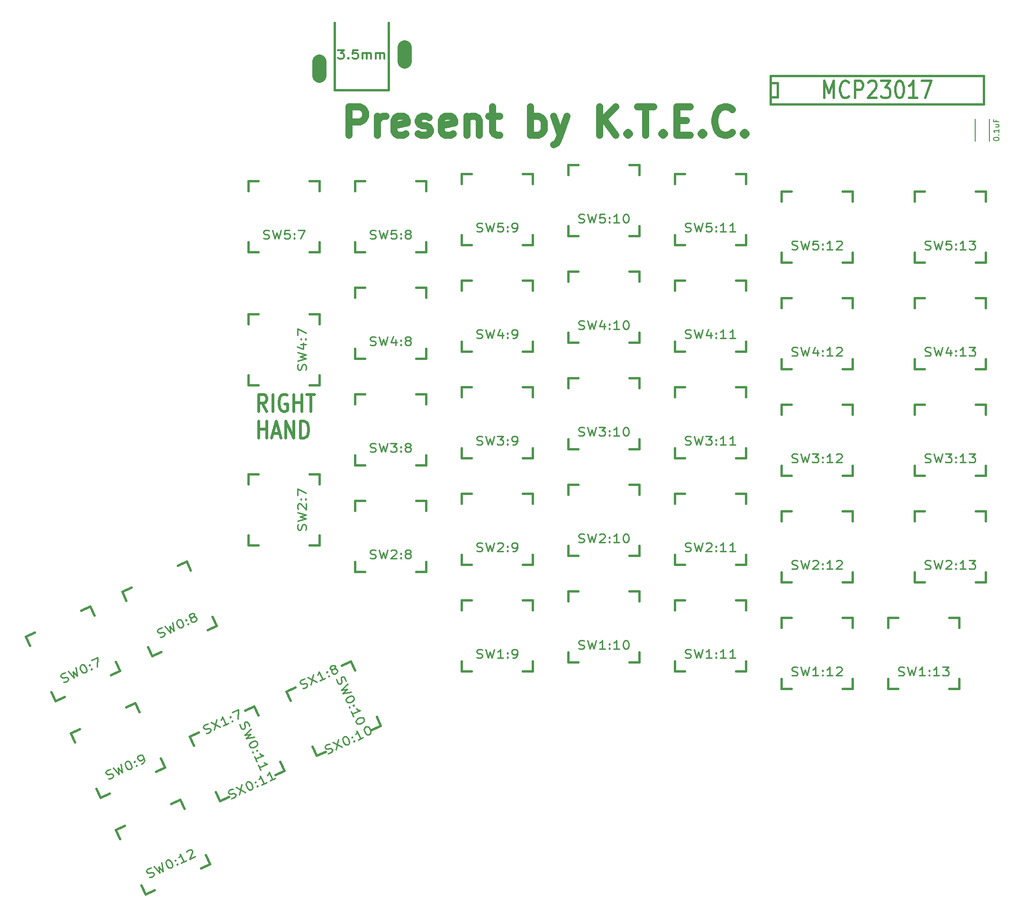
<source format=gto>
G04 #@! TF.FileFunction,Legend,Top*
%FSLAX46Y46*%
G04 Gerber Fmt 4.6, Leading zero omitted, Abs format (unit mm)*
G04 Created by KiCad (PCBNEW 4.0.1-stable) date 7/17/2016 9:51:10 PM*
%MOMM*%
G01*
G04 APERTURE LIST*
%ADD10C,0.150000*%
%ADD11C,1.270000*%
%ADD12C,0.508000*%
%ADD13C,2.540000*%
%ADD14C,0.381000*%
%ADD15C,0.254000*%
%ADD16C,0.304800*%
%ADD17C,0.457200*%
G04 APERTURE END LIST*
D10*
D11*
X84061905Y-50558095D02*
X84061905Y-45478095D01*
X85997143Y-45478095D01*
X86480952Y-45720000D01*
X86722857Y-45961905D01*
X86964762Y-46445714D01*
X86964762Y-47171429D01*
X86722857Y-47655238D01*
X86480952Y-47897143D01*
X85997143Y-48139048D01*
X84061905Y-48139048D01*
X89141905Y-50558095D02*
X89141905Y-47171429D01*
X89141905Y-48139048D02*
X89383810Y-47655238D01*
X89625714Y-47413333D01*
X90109524Y-47171429D01*
X90593333Y-47171429D01*
X94221905Y-50316190D02*
X93738095Y-50558095D01*
X92770476Y-50558095D01*
X92286667Y-50316190D01*
X92044762Y-49832381D01*
X92044762Y-47897143D01*
X92286667Y-47413333D01*
X92770476Y-47171429D01*
X93738095Y-47171429D01*
X94221905Y-47413333D01*
X94463810Y-47897143D01*
X94463810Y-48380952D01*
X92044762Y-48864762D01*
X96399048Y-50316190D02*
X96882858Y-50558095D01*
X97850477Y-50558095D01*
X98334286Y-50316190D01*
X98576191Y-49832381D01*
X98576191Y-49590476D01*
X98334286Y-49106667D01*
X97850477Y-48864762D01*
X97124762Y-48864762D01*
X96640953Y-48622857D01*
X96399048Y-48139048D01*
X96399048Y-47897143D01*
X96640953Y-47413333D01*
X97124762Y-47171429D01*
X97850477Y-47171429D01*
X98334286Y-47413333D01*
X102688572Y-50316190D02*
X102204762Y-50558095D01*
X101237143Y-50558095D01*
X100753334Y-50316190D01*
X100511429Y-49832381D01*
X100511429Y-47897143D01*
X100753334Y-47413333D01*
X101237143Y-47171429D01*
X102204762Y-47171429D01*
X102688572Y-47413333D01*
X102930477Y-47897143D01*
X102930477Y-48380952D01*
X100511429Y-48864762D01*
X105107620Y-47171429D02*
X105107620Y-50558095D01*
X105107620Y-47655238D02*
X105349525Y-47413333D01*
X105833334Y-47171429D01*
X106559048Y-47171429D01*
X107042858Y-47413333D01*
X107284763Y-47897143D01*
X107284763Y-50558095D01*
X108978096Y-47171429D02*
X110913334Y-47171429D01*
X109703810Y-45478095D02*
X109703810Y-49832381D01*
X109945715Y-50316190D01*
X110429524Y-50558095D01*
X110913334Y-50558095D01*
X116477143Y-50558095D02*
X116477143Y-45478095D01*
X116477143Y-47413333D02*
X116960952Y-47171429D01*
X117928571Y-47171429D01*
X118412381Y-47413333D01*
X118654286Y-47655238D01*
X118896190Y-48139048D01*
X118896190Y-49590476D01*
X118654286Y-50074286D01*
X118412381Y-50316190D01*
X117928571Y-50558095D01*
X116960952Y-50558095D01*
X116477143Y-50316190D01*
X120589523Y-47171429D02*
X121799047Y-50558095D01*
X123008571Y-47171429D02*
X121799047Y-50558095D01*
X121315238Y-51767619D01*
X121073333Y-52009524D01*
X120589523Y-52251429D01*
X128814285Y-50558095D02*
X128814285Y-45478095D01*
X131717142Y-50558095D02*
X129539999Y-47655238D01*
X131717142Y-45478095D02*
X128814285Y-48380952D01*
X133894285Y-50074286D02*
X134136190Y-50316190D01*
X133894285Y-50558095D01*
X133652380Y-50316190D01*
X133894285Y-50074286D01*
X133894285Y-50558095D01*
X135587619Y-45478095D02*
X138490476Y-45478095D01*
X137039047Y-50558095D02*
X137039047Y-45478095D01*
X140183809Y-50074286D02*
X140425714Y-50316190D01*
X140183809Y-50558095D01*
X139941904Y-50316190D01*
X140183809Y-50074286D01*
X140183809Y-50558095D01*
X142602857Y-47897143D02*
X144296190Y-47897143D01*
X145021904Y-50558095D02*
X142602857Y-50558095D01*
X142602857Y-45478095D01*
X145021904Y-45478095D01*
X147199047Y-50074286D02*
X147440952Y-50316190D01*
X147199047Y-50558095D01*
X146957142Y-50316190D01*
X147199047Y-50074286D01*
X147199047Y-50558095D01*
X152520952Y-50074286D02*
X152279047Y-50316190D01*
X151553333Y-50558095D01*
X151069523Y-50558095D01*
X150343809Y-50316190D01*
X149860000Y-49832381D01*
X149618095Y-49348571D01*
X149376190Y-48380952D01*
X149376190Y-47655238D01*
X149618095Y-46687619D01*
X149860000Y-46203810D01*
X150343809Y-45720000D01*
X151069523Y-45478095D01*
X151553333Y-45478095D01*
X152279047Y-45720000D01*
X152520952Y-45961905D01*
X154698095Y-50074286D02*
X154940000Y-50316190D01*
X154698095Y-50558095D01*
X154456190Y-50316190D01*
X154698095Y-50074286D01*
X154698095Y-50558095D01*
D12*
X69366190Y-99956257D02*
X68519524Y-98504829D01*
X67914762Y-99956257D02*
X67914762Y-96908257D01*
X68882381Y-96908257D01*
X69124286Y-97053400D01*
X69245238Y-97198543D01*
X69366190Y-97488829D01*
X69366190Y-97924257D01*
X69245238Y-98214543D01*
X69124286Y-98359686D01*
X68882381Y-98504829D01*
X67914762Y-98504829D01*
X70454762Y-99956257D02*
X70454762Y-96908257D01*
X72994762Y-97053400D02*
X72752857Y-96908257D01*
X72390000Y-96908257D01*
X72027143Y-97053400D01*
X71785238Y-97343686D01*
X71664286Y-97633971D01*
X71543334Y-98214543D01*
X71543334Y-98649971D01*
X71664286Y-99230543D01*
X71785238Y-99520829D01*
X72027143Y-99811114D01*
X72390000Y-99956257D01*
X72631905Y-99956257D01*
X72994762Y-99811114D01*
X73115714Y-99665971D01*
X73115714Y-98649971D01*
X72631905Y-98649971D01*
X74204286Y-99956257D02*
X74204286Y-96908257D01*
X74204286Y-98359686D02*
X75655714Y-98359686D01*
X75655714Y-99956257D02*
X75655714Y-96908257D01*
X76502381Y-96908257D02*
X77953809Y-96908257D01*
X77228095Y-99956257D02*
X77228095Y-96908257D01*
X67914762Y-104731457D02*
X67914762Y-101683457D01*
X67914762Y-103134886D02*
X69366190Y-103134886D01*
X69366190Y-104731457D02*
X69366190Y-101683457D01*
X70454762Y-103860600D02*
X71664285Y-103860600D01*
X70212857Y-104731457D02*
X71059523Y-101683457D01*
X71906190Y-104731457D01*
X72752857Y-104731457D02*
X72752857Y-101683457D01*
X74204285Y-104731457D01*
X74204285Y-101683457D01*
X75413809Y-104731457D02*
X75413809Y-101683457D01*
X76018571Y-101683457D01*
X76381428Y-101828600D01*
X76623333Y-102118886D01*
X76744285Y-102409171D01*
X76865237Y-102989743D01*
X76865237Y-103425171D01*
X76744285Y-104005743D01*
X76623333Y-104296029D01*
X76381428Y-104586314D01*
X76018571Y-104731457D01*
X75413809Y-104731457D01*
D13*
X78740000Y-40005000D02*
X78740000Y-37465000D01*
X93980000Y-37465000D02*
X93980000Y-34925000D01*
D14*
X91109800Y-30480000D02*
X91109800Y-42545000D01*
X91109800Y-42545000D02*
X81508600Y-42545000D01*
X81508600Y-42545000D02*
X81508600Y-30480000D01*
X66040000Y-58750200D02*
X67818000Y-58750200D01*
X76962000Y-58750200D02*
X78740000Y-58750200D01*
X78740000Y-58750200D02*
X78740000Y-60528200D01*
X78740000Y-69672200D02*
X78740000Y-71450200D01*
X78740000Y-71450200D02*
X76962000Y-71450200D01*
X67818000Y-71450200D02*
X66040000Y-71450200D01*
X66040000Y-71450200D02*
X66040000Y-69672200D01*
X66040000Y-60528200D02*
X66040000Y-58750200D01*
X66040000Y-95260160D02*
X66040000Y-93482160D01*
X66040000Y-84338160D02*
X66040000Y-82560160D01*
X66040000Y-82560160D02*
X67818000Y-82560160D01*
X76962000Y-82560160D02*
X78740000Y-82560160D01*
X78740000Y-82560160D02*
X78740000Y-84338160D01*
X78740000Y-93482160D02*
X78740000Y-95260160D01*
X78740000Y-95260160D02*
X76962000Y-95260160D01*
X67818000Y-95260160D02*
X66040000Y-95260160D01*
X66040000Y-123835160D02*
X66040000Y-122057160D01*
X66040000Y-112913160D02*
X66040000Y-111135160D01*
X66040000Y-111135160D02*
X67818000Y-111135160D01*
X76962000Y-111135160D02*
X78740000Y-111135160D01*
X78740000Y-111135160D02*
X78740000Y-112913160D01*
X78740000Y-122057160D02*
X78740000Y-123835160D01*
X78740000Y-123835160D02*
X76962000Y-123835160D01*
X67818000Y-123835160D02*
X66040000Y-123835160D01*
X180340000Y-136852660D02*
X182118000Y-136852660D01*
X191262000Y-136852660D02*
X193040000Y-136852660D01*
X193040000Y-136852660D02*
X193040000Y-138630660D01*
X193040000Y-147774660D02*
X193040000Y-149552660D01*
X193040000Y-149552660D02*
X191262000Y-149552660D01*
X182118000Y-149552660D02*
X180340000Y-149552660D01*
X180340000Y-149552660D02*
X180340000Y-147774660D01*
X180340000Y-138630660D02*
X180340000Y-136852660D01*
X85090000Y-77797660D02*
X86868000Y-77797660D01*
X96012000Y-77797660D02*
X97790000Y-77797660D01*
X97790000Y-77797660D02*
X97790000Y-79575660D01*
X97790000Y-88719660D02*
X97790000Y-90497660D01*
X97790000Y-90497660D02*
X96012000Y-90497660D01*
X86868000Y-90497660D02*
X85090000Y-90497660D01*
X85090000Y-90497660D02*
X85090000Y-88719660D01*
X85090000Y-79575660D02*
X85090000Y-77797660D01*
X34309520Y-157461652D02*
X35920935Y-156710236D01*
X44208213Y-152845815D02*
X45819628Y-152094400D01*
X45819628Y-152094400D02*
X46571044Y-153705815D01*
X50435465Y-161993093D02*
X51186880Y-163604508D01*
X51186880Y-163604508D02*
X49575465Y-164355924D01*
X41288187Y-168220345D02*
X39676772Y-168971760D01*
X39676772Y-168971760D02*
X38925356Y-167360345D01*
X35060935Y-159073067D02*
X34309520Y-157461652D01*
X42361320Y-174728572D02*
X43972735Y-173977156D01*
X52260013Y-170112735D02*
X53871428Y-169361320D01*
X53871428Y-169361320D02*
X54622844Y-170972735D01*
X58487265Y-179260013D02*
X59238680Y-180871428D01*
X59238680Y-180871428D02*
X57627265Y-181622844D01*
X49339987Y-185487265D02*
X47728572Y-186238680D01*
X47728572Y-186238680D02*
X46977156Y-184627265D01*
X43112735Y-176339987D02*
X42361320Y-174728572D01*
X26260260Y-140197272D02*
X27871675Y-139445856D01*
X36158953Y-135581435D02*
X37770368Y-134830020D01*
X37770368Y-134830020D02*
X38521784Y-136441435D01*
X42386205Y-144728713D02*
X43137620Y-146340128D01*
X43137620Y-146340128D02*
X41526205Y-147091544D01*
X33238927Y-150955965D02*
X31627512Y-151707380D01*
X31627512Y-151707380D02*
X30876096Y-150095965D01*
X27011675Y-141808687D02*
X26260260Y-140197272D01*
X43524640Y-132148012D02*
X45136055Y-131396596D01*
X53423333Y-127532175D02*
X55034748Y-126780760D01*
X55034748Y-126780760D02*
X55786164Y-128392175D01*
X59650585Y-136679453D02*
X60402000Y-138290868D01*
X60402000Y-138290868D02*
X58790585Y-139042284D01*
X50503307Y-142906705D02*
X48891892Y-143658120D01*
X48891892Y-143658120D02*
X48140476Y-142046705D01*
X44276055Y-133759427D02*
X43524640Y-132148012D01*
X161290000Y-60655200D02*
X163068000Y-60655200D01*
X172212000Y-60655200D02*
X173990000Y-60655200D01*
X173990000Y-60655200D02*
X173990000Y-62433200D01*
X173990000Y-71577200D02*
X173990000Y-73355200D01*
X173990000Y-73355200D02*
X172212000Y-73355200D01*
X163068000Y-73355200D02*
X161290000Y-73355200D01*
X161290000Y-73355200D02*
X161290000Y-71577200D01*
X161290000Y-62433200D02*
X161290000Y-60655200D01*
X142240000Y-57477660D02*
X144018000Y-57477660D01*
X153162000Y-57477660D02*
X154940000Y-57477660D01*
X154940000Y-57477660D02*
X154940000Y-59255660D01*
X154940000Y-68399660D02*
X154940000Y-70177660D01*
X154940000Y-70177660D02*
X153162000Y-70177660D01*
X144018000Y-70177660D02*
X142240000Y-70177660D01*
X142240000Y-70177660D02*
X142240000Y-68399660D01*
X142240000Y-59255660D02*
X142240000Y-57477660D01*
X123190000Y-55880000D02*
X124968000Y-55880000D01*
X134112000Y-55880000D02*
X135890000Y-55880000D01*
X135890000Y-55880000D02*
X135890000Y-57658000D01*
X135890000Y-66802000D02*
X135890000Y-68580000D01*
X135890000Y-68580000D02*
X134112000Y-68580000D01*
X124968000Y-68580000D02*
X123190000Y-68580000D01*
X123190000Y-68580000D02*
X123190000Y-66802000D01*
X123190000Y-57658000D02*
X123190000Y-55880000D01*
X104140000Y-57477660D02*
X105918000Y-57477660D01*
X115062000Y-57477660D02*
X116840000Y-57477660D01*
X116840000Y-57477660D02*
X116840000Y-59255660D01*
X116840000Y-68399660D02*
X116840000Y-70177660D01*
X116840000Y-70177660D02*
X115062000Y-70177660D01*
X105918000Y-70177660D02*
X104140000Y-70177660D01*
X104140000Y-70177660D02*
X104140000Y-68399660D01*
X104140000Y-59255660D02*
X104140000Y-57477660D01*
X142240000Y-133677660D02*
X144018000Y-133677660D01*
X153162000Y-133677660D02*
X154940000Y-133677660D01*
X154940000Y-133677660D02*
X154940000Y-135455660D01*
X154940000Y-144599660D02*
X154940000Y-146377660D01*
X154940000Y-146377660D02*
X153162000Y-146377660D01*
X144018000Y-146377660D02*
X142240000Y-146377660D01*
X142240000Y-146377660D02*
X142240000Y-144599660D01*
X142240000Y-135455660D02*
X142240000Y-133677660D01*
X161290000Y-79702660D02*
X163068000Y-79702660D01*
X172212000Y-79702660D02*
X173990000Y-79702660D01*
X173990000Y-79702660D02*
X173990000Y-81480660D01*
X173990000Y-90624660D02*
X173990000Y-92402660D01*
X173990000Y-92402660D02*
X172212000Y-92402660D01*
X163068000Y-92402660D02*
X161290000Y-92402660D01*
X161290000Y-92402660D02*
X161290000Y-90624660D01*
X161290000Y-81480660D02*
X161290000Y-79702660D01*
X123190000Y-74930000D02*
X124968000Y-74930000D01*
X134112000Y-74930000D02*
X135890000Y-74930000D01*
X135890000Y-74930000D02*
X135890000Y-76708000D01*
X135890000Y-85852000D02*
X135890000Y-87630000D01*
X135890000Y-87630000D02*
X134112000Y-87630000D01*
X124968000Y-87630000D02*
X123190000Y-87630000D01*
X123190000Y-87630000D02*
X123190000Y-85852000D01*
X123190000Y-76708000D02*
X123190000Y-74930000D01*
X104140000Y-76527660D02*
X105918000Y-76527660D01*
X115062000Y-76527660D02*
X116840000Y-76527660D01*
X116840000Y-76527660D02*
X116840000Y-78305660D01*
X116840000Y-87449660D02*
X116840000Y-89227660D01*
X116840000Y-89227660D02*
X115062000Y-89227660D01*
X105918000Y-89227660D02*
X104140000Y-89227660D01*
X104140000Y-89227660D02*
X104140000Y-87449660D01*
X104140000Y-78305660D02*
X104140000Y-76527660D01*
X161290000Y-98752660D02*
X163068000Y-98752660D01*
X172212000Y-98752660D02*
X173990000Y-98752660D01*
X173990000Y-98752660D02*
X173990000Y-100530660D01*
X173990000Y-109674660D02*
X173990000Y-111452660D01*
X173990000Y-111452660D02*
X172212000Y-111452660D01*
X163068000Y-111452660D02*
X161290000Y-111452660D01*
X161290000Y-111452660D02*
X161290000Y-109674660D01*
X161290000Y-100530660D02*
X161290000Y-98752660D01*
X142240000Y-95577660D02*
X144018000Y-95577660D01*
X153162000Y-95577660D02*
X154940000Y-95577660D01*
X154940000Y-95577660D02*
X154940000Y-97355660D01*
X154940000Y-106499660D02*
X154940000Y-108277660D01*
X154940000Y-108277660D02*
X153162000Y-108277660D01*
X144018000Y-108277660D02*
X142240000Y-108277660D01*
X142240000Y-108277660D02*
X142240000Y-106499660D01*
X142240000Y-97355660D02*
X142240000Y-95577660D01*
X123190000Y-93980000D02*
X124968000Y-93980000D01*
X134112000Y-93980000D02*
X135890000Y-93980000D01*
X135890000Y-93980000D02*
X135890000Y-95758000D01*
X135890000Y-104902000D02*
X135890000Y-106680000D01*
X135890000Y-106680000D02*
X134112000Y-106680000D01*
X124968000Y-106680000D02*
X123190000Y-106680000D01*
X123190000Y-106680000D02*
X123190000Y-104902000D01*
X123190000Y-95758000D02*
X123190000Y-93980000D01*
X104140000Y-95577660D02*
X105918000Y-95577660D01*
X115062000Y-95577660D02*
X116840000Y-95577660D01*
X116840000Y-95577660D02*
X116840000Y-97355660D01*
X116840000Y-106499660D02*
X116840000Y-108277660D01*
X116840000Y-108277660D02*
X115062000Y-108277660D01*
X105918000Y-108277660D02*
X104140000Y-108277660D01*
X104140000Y-108277660D02*
X104140000Y-106499660D01*
X104140000Y-97355660D02*
X104140000Y-95577660D01*
X85090000Y-96847660D02*
X86868000Y-96847660D01*
X96012000Y-96847660D02*
X97790000Y-96847660D01*
X97790000Y-96847660D02*
X97790000Y-98625660D01*
X97790000Y-107769660D02*
X97790000Y-109547660D01*
X97790000Y-109547660D02*
X96012000Y-109547660D01*
X86868000Y-109547660D02*
X85090000Y-109547660D01*
X85090000Y-109547660D02*
X85090000Y-107769660D01*
X85090000Y-98625660D02*
X85090000Y-96847660D01*
X161290000Y-117802660D02*
X163068000Y-117802660D01*
X172212000Y-117802660D02*
X173990000Y-117802660D01*
X173990000Y-117802660D02*
X173990000Y-119580660D01*
X173990000Y-128724660D02*
X173990000Y-130502660D01*
X173990000Y-130502660D02*
X172212000Y-130502660D01*
X163068000Y-130502660D02*
X161290000Y-130502660D01*
X161290000Y-130502660D02*
X161290000Y-128724660D01*
X161290000Y-119580660D02*
X161290000Y-117802660D01*
X142240000Y-114627660D02*
X144018000Y-114627660D01*
X153162000Y-114627660D02*
X154940000Y-114627660D01*
X154940000Y-114627660D02*
X154940000Y-116405660D01*
X154940000Y-125549660D02*
X154940000Y-127327660D01*
X154940000Y-127327660D02*
X153162000Y-127327660D01*
X144018000Y-127327660D02*
X142240000Y-127327660D01*
X142240000Y-127327660D02*
X142240000Y-125549660D01*
X142240000Y-116405660D02*
X142240000Y-114627660D01*
X123190000Y-113030000D02*
X124968000Y-113030000D01*
X134112000Y-113030000D02*
X135890000Y-113030000D01*
X135890000Y-113030000D02*
X135890000Y-114808000D01*
X135890000Y-123952000D02*
X135890000Y-125730000D01*
X135890000Y-125730000D02*
X134112000Y-125730000D01*
X124968000Y-125730000D02*
X123190000Y-125730000D01*
X123190000Y-125730000D02*
X123190000Y-123952000D01*
X123190000Y-114808000D02*
X123190000Y-113030000D01*
X104140000Y-114627660D02*
X105918000Y-114627660D01*
X115062000Y-114627660D02*
X116840000Y-114627660D01*
X116840000Y-114627660D02*
X116840000Y-116405660D01*
X116840000Y-125549660D02*
X116840000Y-127327660D01*
X116840000Y-127327660D02*
X115062000Y-127327660D01*
X105918000Y-127327660D02*
X104140000Y-127327660D01*
X104140000Y-127327660D02*
X104140000Y-125549660D01*
X104140000Y-116405660D02*
X104140000Y-114627660D01*
X85090000Y-115897660D02*
X86868000Y-115897660D01*
X96012000Y-115897660D02*
X97790000Y-115897660D01*
X97790000Y-115897660D02*
X97790000Y-117675660D01*
X97790000Y-126819660D02*
X97790000Y-128597660D01*
X97790000Y-128597660D02*
X96012000Y-128597660D01*
X86868000Y-128597660D02*
X85090000Y-128597660D01*
X85090000Y-128597660D02*
X85090000Y-126819660D01*
X85090000Y-117675660D02*
X85090000Y-115897660D01*
X161290000Y-136852660D02*
X163068000Y-136852660D01*
X172212000Y-136852660D02*
X173990000Y-136852660D01*
X173990000Y-136852660D02*
X173990000Y-138630660D01*
X173990000Y-147774660D02*
X173990000Y-149552660D01*
X173990000Y-149552660D02*
X172212000Y-149552660D01*
X163068000Y-149552660D02*
X161290000Y-149552660D01*
X161290000Y-149552660D02*
X161290000Y-147774660D01*
X161290000Y-138630660D02*
X161290000Y-136852660D01*
X123190000Y-132080000D02*
X124968000Y-132080000D01*
X134112000Y-132080000D02*
X135890000Y-132080000D01*
X135890000Y-132080000D02*
X135890000Y-133858000D01*
X135890000Y-143002000D02*
X135890000Y-144780000D01*
X135890000Y-144780000D02*
X134112000Y-144780000D01*
X124968000Y-144780000D02*
X123190000Y-144780000D01*
X123190000Y-144780000D02*
X123190000Y-143002000D01*
X123190000Y-133858000D02*
X123190000Y-132080000D01*
X104140000Y-133677660D02*
X105918000Y-133677660D01*
X115062000Y-133677660D02*
X116840000Y-133677660D01*
X116840000Y-133677660D02*
X116840000Y-135455660D01*
X116840000Y-144599660D02*
X116840000Y-146377660D01*
X116840000Y-146377660D02*
X115062000Y-146377660D01*
X105918000Y-146377660D02*
X104140000Y-146377660D01*
X104140000Y-146377660D02*
X104140000Y-144599660D01*
X104140000Y-135455660D02*
X104140000Y-133677660D01*
X78231432Y-161504160D02*
X77480016Y-159892745D01*
X73615595Y-151605467D02*
X72864180Y-149994052D01*
X72864180Y-149994052D02*
X74475595Y-149242636D01*
X82762873Y-145378215D02*
X84374288Y-144626800D01*
X84374288Y-144626800D02*
X85125704Y-146238215D01*
X88990125Y-154525493D02*
X89741540Y-156136908D01*
X89741540Y-156136908D02*
X88130125Y-156888324D01*
X79842847Y-160752745D02*
X78231432Y-161504160D01*
X60967052Y-169555960D02*
X60215636Y-167944545D01*
X56351215Y-159657267D02*
X55599800Y-158045852D01*
X55599800Y-158045852D02*
X57211215Y-157294436D01*
X65498493Y-153430015D02*
X67109908Y-152678600D01*
X67109908Y-152678600D02*
X67861324Y-154290015D01*
X71725745Y-162577293D02*
X72477160Y-164188708D01*
X72477160Y-164188708D02*
X70865745Y-164940124D01*
X62578467Y-168804545D02*
X60967052Y-169555960D01*
X142240000Y-76527660D02*
X144018000Y-76527660D01*
X153162000Y-76527660D02*
X154940000Y-76527660D01*
X154940000Y-76527660D02*
X154940000Y-78305660D01*
X154940000Y-87449660D02*
X154940000Y-89227660D01*
X154940000Y-89227660D02*
X153162000Y-89227660D01*
X144018000Y-89227660D02*
X142240000Y-89227660D01*
X142240000Y-89227660D02*
X142240000Y-87449660D01*
X142240000Y-78305660D02*
X142240000Y-76527660D01*
X85090000Y-58750200D02*
X86868000Y-58750200D01*
X96012000Y-58750200D02*
X97790000Y-58750200D01*
X97790000Y-58750200D02*
X97790000Y-60528200D01*
X97790000Y-69672200D02*
X97790000Y-71450200D01*
X97790000Y-71450200D02*
X96012000Y-71450200D01*
X86868000Y-71450200D02*
X85090000Y-71450200D01*
X85090000Y-71450200D02*
X85090000Y-69672200D01*
X85090000Y-60528200D02*
X85090000Y-58750200D01*
X185102500Y-60655200D02*
X186880500Y-60655200D01*
X196024500Y-60655200D02*
X197802500Y-60655200D01*
X197802500Y-60655200D02*
X197802500Y-62433200D01*
X197802500Y-71577200D02*
X197802500Y-73355200D01*
X197802500Y-73355200D02*
X196024500Y-73355200D01*
X186880500Y-73355200D02*
X185102500Y-73355200D01*
X185102500Y-73355200D02*
X185102500Y-71577200D01*
X185102500Y-62433200D02*
X185102500Y-60655200D01*
X185102500Y-79702660D02*
X186880500Y-79702660D01*
X196024500Y-79702660D02*
X197802500Y-79702660D01*
X197802500Y-79702660D02*
X197802500Y-81480660D01*
X197802500Y-90624660D02*
X197802500Y-92402660D01*
X197802500Y-92402660D02*
X196024500Y-92402660D01*
X186880500Y-92402660D02*
X185102500Y-92402660D01*
X185102500Y-92402660D02*
X185102500Y-90624660D01*
X185102500Y-81480660D02*
X185102500Y-79702660D01*
X185102500Y-98752660D02*
X186880500Y-98752660D01*
X196024500Y-98752660D02*
X197802500Y-98752660D01*
X197802500Y-98752660D02*
X197802500Y-100530660D01*
X197802500Y-109674660D02*
X197802500Y-111452660D01*
X197802500Y-111452660D02*
X196024500Y-111452660D01*
X186880500Y-111452660D02*
X185102500Y-111452660D01*
X185102500Y-111452660D02*
X185102500Y-109674660D01*
X185102500Y-100530660D02*
X185102500Y-98752660D01*
X185102500Y-117802660D02*
X186880500Y-117802660D01*
X196024500Y-117802660D02*
X197802500Y-117802660D01*
X197802500Y-117802660D02*
X197802500Y-119580660D01*
X197802500Y-128724660D02*
X197802500Y-130502660D01*
X197802500Y-130502660D02*
X196024500Y-130502660D01*
X186880500Y-130502660D02*
X185102500Y-130502660D01*
X185102500Y-130502660D02*
X185102500Y-128724660D01*
X185102500Y-119580660D02*
X185102500Y-117802660D01*
X159370000Y-39980000D02*
X197470000Y-39980000D01*
X197470000Y-39980000D02*
X197470000Y-45060000D01*
X197470000Y-45060000D02*
X159370000Y-45060000D01*
X159370000Y-45060000D02*
X159370000Y-39980000D01*
X159370000Y-41250000D02*
X160640000Y-41250000D01*
X160640000Y-41250000D02*
X160640000Y-43790000D01*
X160640000Y-43790000D02*
X159370000Y-43790000D01*
D10*
X198481000Y-47637000D02*
X198481000Y-51637000D01*
X195981000Y-47637000D02*
X195981000Y-51637000D01*
D15*
X75789586Y-149450759D02*
X76050458Y-149409186D01*
X76434128Y-149230278D01*
X76556926Y-149092942D01*
X76602990Y-148991389D01*
X76618385Y-148824063D01*
X76557045Y-148692518D01*
X76418970Y-148596756D01*
X76311566Y-148566766D01*
X76127428Y-148572557D01*
X75789821Y-148649912D01*
X75605683Y-148655703D01*
X75498279Y-148625713D01*
X75360206Y-148529950D01*
X75298866Y-148398406D01*
X75314259Y-148231080D01*
X75360323Y-148129527D01*
X75483121Y-147992192D01*
X75866792Y-147813283D01*
X76127664Y-147771710D01*
X76634132Y-147455466D02*
X78352479Y-148335736D01*
X77708409Y-146954523D02*
X77278203Y-148836680D01*
X79810427Y-147655884D02*
X78889618Y-148085264D01*
X79350022Y-147870574D02*
X78705952Y-146489361D01*
X78644493Y-146758241D01*
X78552365Y-146961348D01*
X78429567Y-147098683D01*
X80439692Y-147202305D02*
X80547096Y-147232295D01*
X80501032Y-147333849D01*
X80393628Y-147303858D01*
X80439692Y-147202305D01*
X80501032Y-147333849D01*
X80102322Y-146478812D02*
X80209726Y-146508802D01*
X80163662Y-146610357D01*
X80056258Y-146580365D01*
X80102322Y-146478812D01*
X80163662Y-146610357D01*
X81130535Y-146079422D02*
X80946397Y-146085214D01*
X80838993Y-146055224D01*
X80700919Y-145959461D01*
X80670249Y-145893688D01*
X80685642Y-145726363D01*
X80731707Y-145624809D01*
X80854505Y-145487474D01*
X81161442Y-145344348D01*
X81345579Y-145338556D01*
X81452983Y-145368546D01*
X81591058Y-145464308D01*
X81621728Y-145530081D01*
X81606334Y-145697407D01*
X81560269Y-145798960D01*
X81437471Y-145936295D01*
X81130535Y-146079422D01*
X81007737Y-146216758D01*
X80961673Y-146318311D01*
X80946279Y-146485637D01*
X81068959Y-146748725D01*
X81207033Y-146844488D01*
X81314437Y-146874478D01*
X81498575Y-146868687D01*
X81805512Y-146725561D01*
X81928309Y-146588225D01*
X81974374Y-146486671D01*
X81989768Y-146319345D01*
X81867088Y-146056257D01*
X81729014Y-145960494D01*
X81621609Y-145930505D01*
X81437471Y-145936295D01*
X58525206Y-157502559D02*
X58786078Y-157460986D01*
X59169748Y-157282078D01*
X59292546Y-157144742D01*
X59338610Y-157043189D01*
X59354005Y-156875863D01*
X59292665Y-156744318D01*
X59154590Y-156648556D01*
X59047186Y-156618566D01*
X58863048Y-156624357D01*
X58525441Y-156701712D01*
X58341303Y-156707503D01*
X58233899Y-156677513D01*
X58095826Y-156581750D01*
X58034486Y-156450206D01*
X58049879Y-156282880D01*
X58095943Y-156181327D01*
X58218741Y-156043992D01*
X58602412Y-155865083D01*
X58863284Y-155823510D01*
X59369752Y-155507266D02*
X61088099Y-156387536D01*
X60444029Y-155006323D02*
X60013823Y-156888480D01*
X62546047Y-155707684D02*
X61625238Y-156137064D01*
X62085642Y-155922374D02*
X61441572Y-154541161D01*
X61380113Y-154810041D01*
X61287985Y-155013148D01*
X61165187Y-155150483D01*
X63175312Y-155254105D02*
X63282716Y-155284095D01*
X63236652Y-155385649D01*
X63129248Y-155355658D01*
X63175312Y-155254105D01*
X63236652Y-155385649D01*
X62837942Y-154530612D02*
X62945346Y-154560602D01*
X62899282Y-154662157D01*
X62791878Y-154632165D01*
X62837942Y-154530612D01*
X62899282Y-154662157D01*
X63206455Y-153718183D02*
X64280732Y-153217239D01*
X64234195Y-154920487D01*
X80283073Y-161090240D02*
X80543945Y-161048667D01*
X80927615Y-160869759D01*
X81050413Y-160732423D01*
X81096477Y-160630870D01*
X81111872Y-160463543D01*
X81050532Y-160331999D01*
X80912457Y-160236237D01*
X80805053Y-160206247D01*
X80620915Y-160212038D01*
X80283309Y-160289393D01*
X80099170Y-160295183D01*
X79991766Y-160265194D01*
X79853693Y-160169431D01*
X79792353Y-160037887D01*
X79807746Y-159870561D01*
X79853811Y-159769007D01*
X79976609Y-159631673D01*
X80360279Y-159452764D01*
X80621151Y-159411191D01*
X81127619Y-159094947D02*
X82845966Y-159975217D01*
X82201896Y-158594004D02*
X81771690Y-160476160D01*
X83122705Y-158164624D02*
X83276173Y-158093061D01*
X83460311Y-158087269D01*
X83567714Y-158117259D01*
X83705789Y-158213021D01*
X83905203Y-158440328D01*
X84058553Y-158769188D01*
X84104499Y-159068058D01*
X84089105Y-159235384D01*
X84043041Y-159336938D01*
X83920243Y-159474274D01*
X83766775Y-159545837D01*
X83582637Y-159551628D01*
X83475233Y-159521638D01*
X83337158Y-159425875D01*
X83137745Y-159198568D01*
X82984395Y-158869708D01*
X82938448Y-158570838D01*
X82953842Y-158403512D01*
X82999907Y-158301959D01*
X83122705Y-158164624D01*
X84933179Y-158841786D02*
X85040583Y-158871776D01*
X84994519Y-158973330D01*
X84887116Y-158943339D01*
X84933179Y-158841786D01*
X84994519Y-158973330D01*
X84595809Y-158118293D02*
X84703213Y-158148283D01*
X84657149Y-158249838D01*
X84549745Y-158219846D01*
X84595809Y-158118293D01*
X84657149Y-158249838D01*
X86605935Y-158221915D02*
X85685127Y-158651295D01*
X86145531Y-158436605D02*
X85501461Y-157055392D01*
X85440002Y-157324271D01*
X85347874Y-157527379D01*
X85225076Y-157664714D01*
X86959407Y-156375540D02*
X87112875Y-156303977D01*
X87297014Y-156298185D01*
X87404417Y-156328175D01*
X87542491Y-156423938D01*
X87741906Y-156651244D01*
X87895256Y-156980104D01*
X87941202Y-157278975D01*
X87925808Y-157446301D01*
X87879744Y-157547854D01*
X87756945Y-157685190D01*
X87603478Y-157756753D01*
X87419340Y-157762544D01*
X87311935Y-157732554D01*
X87173861Y-157636792D01*
X86974447Y-157409484D01*
X86821097Y-157080624D01*
X86775151Y-156781754D01*
X86790545Y-156614428D01*
X86836609Y-156512875D01*
X86959407Y-156375540D01*
X63016153Y-169139500D02*
X63277025Y-169097927D01*
X63660695Y-168919019D01*
X63783493Y-168781683D01*
X63829557Y-168680130D01*
X63844952Y-168512803D01*
X63783612Y-168381259D01*
X63645537Y-168285497D01*
X63538133Y-168255507D01*
X63353995Y-168261298D01*
X63016389Y-168338653D01*
X62832250Y-168344443D01*
X62724846Y-168314454D01*
X62586773Y-168218691D01*
X62525433Y-168087147D01*
X62540826Y-167919821D01*
X62586891Y-167818267D01*
X62709689Y-167680933D01*
X63093359Y-167502024D01*
X63354231Y-167460451D01*
X63860699Y-167144207D02*
X65579046Y-168024477D01*
X64934976Y-166643264D02*
X64504770Y-168525420D01*
X65855785Y-166213884D02*
X66009253Y-166142321D01*
X66193391Y-166136529D01*
X66300794Y-166166519D01*
X66438869Y-166262281D01*
X66638283Y-166489588D01*
X66791633Y-166818448D01*
X66837579Y-167117318D01*
X66822185Y-167284644D01*
X66776121Y-167386198D01*
X66653323Y-167523534D01*
X66499855Y-167595097D01*
X66315717Y-167600888D01*
X66208313Y-167570898D01*
X66070238Y-167475135D01*
X65870825Y-167247828D01*
X65717475Y-166918968D01*
X65671528Y-166620098D01*
X65686922Y-166452772D01*
X65732987Y-166351219D01*
X65855785Y-166213884D01*
X67666259Y-166891046D02*
X67773663Y-166921036D01*
X67727599Y-167022590D01*
X67620196Y-166992599D01*
X67666259Y-166891046D01*
X67727599Y-167022590D01*
X67328889Y-166167553D02*
X67436293Y-166197543D01*
X67390229Y-166299098D01*
X67282825Y-166269106D01*
X67328889Y-166167553D01*
X67390229Y-166299098D01*
X69339015Y-166271175D02*
X68418207Y-166700555D01*
X68878611Y-166485865D02*
X68234541Y-165104652D01*
X68173082Y-165373531D01*
X68080954Y-165576639D01*
X67958156Y-165713974D01*
X70873696Y-165555541D02*
X69952888Y-165984921D01*
X70413292Y-165770231D02*
X69769222Y-164389018D01*
X69707763Y-164657898D01*
X69615635Y-164861005D01*
X69492837Y-164998340D01*
D16*
X82075867Y-35360429D02*
X83176534Y-35360429D01*
X82583867Y-35941000D01*
X82837867Y-35941000D01*
X83007200Y-36013571D01*
X83091867Y-36086143D01*
X83176534Y-36231286D01*
X83176534Y-36594143D01*
X83091867Y-36739286D01*
X83007200Y-36811857D01*
X82837867Y-36884429D01*
X82329867Y-36884429D01*
X82160534Y-36811857D01*
X82075867Y-36739286D01*
X83938533Y-36739286D02*
X84023200Y-36811857D01*
X83938533Y-36884429D01*
X83853867Y-36811857D01*
X83938533Y-36739286D01*
X83938533Y-36884429D01*
X85631867Y-35360429D02*
X84785200Y-35360429D01*
X84700534Y-36086143D01*
X84785200Y-36013571D01*
X84954534Y-35941000D01*
X85377867Y-35941000D01*
X85547200Y-36013571D01*
X85631867Y-36086143D01*
X85716534Y-36231286D01*
X85716534Y-36594143D01*
X85631867Y-36739286D01*
X85547200Y-36811857D01*
X85377867Y-36884429D01*
X84954534Y-36884429D01*
X84785200Y-36811857D01*
X84700534Y-36739286D01*
X86478533Y-36884429D02*
X86478533Y-35868429D01*
X86478533Y-36013571D02*
X86563200Y-35941000D01*
X86732533Y-35868429D01*
X86986533Y-35868429D01*
X87155867Y-35941000D01*
X87240533Y-36086143D01*
X87240533Y-36884429D01*
X87240533Y-36086143D02*
X87325200Y-35941000D01*
X87494533Y-35868429D01*
X87748533Y-35868429D01*
X87917867Y-35941000D01*
X88002533Y-36086143D01*
X88002533Y-36884429D01*
X88849200Y-36884429D02*
X88849200Y-35868429D01*
X88849200Y-36013571D02*
X88933867Y-35941000D01*
X89103200Y-35868429D01*
X89357200Y-35868429D01*
X89526534Y-35941000D01*
X89611200Y-36086143D01*
X89611200Y-36884429D01*
X89611200Y-36086143D02*
X89695867Y-35941000D01*
X89865200Y-35868429D01*
X90119200Y-35868429D01*
X90288534Y-35941000D01*
X90373200Y-36086143D01*
X90373200Y-36884429D01*
D15*
X68749334Y-69019057D02*
X69003334Y-69091629D01*
X69426667Y-69091629D01*
X69596000Y-69019057D01*
X69680667Y-68946486D01*
X69765334Y-68801343D01*
X69765334Y-68656200D01*
X69680667Y-68511057D01*
X69596000Y-68438486D01*
X69426667Y-68365914D01*
X69088000Y-68293343D01*
X68918667Y-68220771D01*
X68834000Y-68148200D01*
X68749334Y-68003057D01*
X68749334Y-67857914D01*
X68834000Y-67712771D01*
X68918667Y-67640200D01*
X69088000Y-67567629D01*
X69511334Y-67567629D01*
X69765334Y-67640200D01*
X70358000Y-67567629D02*
X70781333Y-69091629D01*
X71120000Y-68003057D01*
X71458667Y-69091629D01*
X71882000Y-67567629D01*
X73406000Y-67567629D02*
X72559333Y-67567629D01*
X72474667Y-68293343D01*
X72559333Y-68220771D01*
X72728667Y-68148200D01*
X73152000Y-68148200D01*
X73321333Y-68220771D01*
X73406000Y-68293343D01*
X73490667Y-68438486D01*
X73490667Y-68801343D01*
X73406000Y-68946486D01*
X73321333Y-69019057D01*
X73152000Y-69091629D01*
X72728667Y-69091629D01*
X72559333Y-69019057D01*
X72474667Y-68946486D01*
X74252666Y-68946486D02*
X74337333Y-69019057D01*
X74252666Y-69091629D01*
X74168000Y-69019057D01*
X74252666Y-68946486D01*
X74252666Y-69091629D01*
X74252666Y-68148200D02*
X74337333Y-68220771D01*
X74252666Y-68293343D01*
X74168000Y-68220771D01*
X74252666Y-68148200D01*
X74252666Y-68293343D01*
X74930000Y-67567629D02*
X76115333Y-67567629D01*
X75353333Y-69091629D01*
X76308857Y-92550826D02*
X76381429Y-92296826D01*
X76381429Y-91873493D01*
X76308857Y-91704160D01*
X76236286Y-91619493D01*
X76091143Y-91534826D01*
X75946000Y-91534826D01*
X75800857Y-91619493D01*
X75728286Y-91704160D01*
X75655714Y-91873493D01*
X75583143Y-92212160D01*
X75510571Y-92381493D01*
X75438000Y-92466160D01*
X75292857Y-92550826D01*
X75147714Y-92550826D01*
X75002571Y-92466160D01*
X74930000Y-92381493D01*
X74857429Y-92212160D01*
X74857429Y-91788826D01*
X74930000Y-91534826D01*
X74857429Y-90942160D02*
X76381429Y-90518827D01*
X75292857Y-90180160D01*
X76381429Y-89841493D01*
X74857429Y-89418160D01*
X75365429Y-87978827D02*
X76381429Y-87978827D01*
X74784857Y-88402160D02*
X75873429Y-88825493D01*
X75873429Y-87724827D01*
X76236286Y-87047494D02*
X76308857Y-86962827D01*
X76381429Y-87047494D01*
X76308857Y-87132160D01*
X76236286Y-87047494D01*
X76381429Y-87047494D01*
X75438000Y-87047494D02*
X75510571Y-86962827D01*
X75583143Y-87047494D01*
X75510571Y-87132160D01*
X75438000Y-87047494D01*
X75583143Y-87047494D01*
X74857429Y-86370160D02*
X74857429Y-85184827D01*
X76381429Y-85946827D01*
X76308857Y-121125826D02*
X76381429Y-120871826D01*
X76381429Y-120448493D01*
X76308857Y-120279160D01*
X76236286Y-120194493D01*
X76091143Y-120109826D01*
X75946000Y-120109826D01*
X75800857Y-120194493D01*
X75728286Y-120279160D01*
X75655714Y-120448493D01*
X75583143Y-120787160D01*
X75510571Y-120956493D01*
X75438000Y-121041160D01*
X75292857Y-121125826D01*
X75147714Y-121125826D01*
X75002571Y-121041160D01*
X74930000Y-120956493D01*
X74857429Y-120787160D01*
X74857429Y-120363826D01*
X74930000Y-120109826D01*
X74857429Y-119517160D02*
X76381429Y-119093827D01*
X75292857Y-118755160D01*
X76381429Y-118416493D01*
X74857429Y-117993160D01*
X75002571Y-117400493D02*
X74930000Y-117315827D01*
X74857429Y-117146493D01*
X74857429Y-116723160D01*
X74930000Y-116553827D01*
X75002571Y-116469160D01*
X75147714Y-116384493D01*
X75292857Y-116384493D01*
X75510571Y-116469160D01*
X76381429Y-117485160D01*
X76381429Y-116384493D01*
X76236286Y-115622494D02*
X76308857Y-115537827D01*
X76381429Y-115622494D01*
X76308857Y-115707160D01*
X76236286Y-115622494D01*
X76381429Y-115622494D01*
X75438000Y-115622494D02*
X75510571Y-115537827D01*
X75583143Y-115622494D01*
X75510571Y-115707160D01*
X75438000Y-115622494D01*
X75583143Y-115622494D01*
X74857429Y-114945160D02*
X74857429Y-113759827D01*
X76381429Y-114521827D01*
X182202668Y-147121517D02*
X182456668Y-147194089D01*
X182880001Y-147194089D01*
X183049334Y-147121517D01*
X183134001Y-147048946D01*
X183218668Y-146903803D01*
X183218668Y-146758660D01*
X183134001Y-146613517D01*
X183049334Y-146540946D01*
X182880001Y-146468374D01*
X182541334Y-146395803D01*
X182372001Y-146323231D01*
X182287334Y-146250660D01*
X182202668Y-146105517D01*
X182202668Y-145960374D01*
X182287334Y-145815231D01*
X182372001Y-145742660D01*
X182541334Y-145670089D01*
X182964668Y-145670089D01*
X183218668Y-145742660D01*
X183811334Y-145670089D02*
X184234667Y-147194089D01*
X184573334Y-146105517D01*
X184912001Y-147194089D01*
X185335334Y-145670089D01*
X186944001Y-147194089D02*
X185928001Y-147194089D01*
X186436001Y-147194089D02*
X186436001Y-145670089D01*
X186266667Y-145887803D01*
X186097334Y-146032946D01*
X185928001Y-146105517D01*
X187706000Y-147048946D02*
X187790667Y-147121517D01*
X187706000Y-147194089D01*
X187621334Y-147121517D01*
X187706000Y-147048946D01*
X187706000Y-147194089D01*
X187706000Y-146250660D02*
X187790667Y-146323231D01*
X187706000Y-146395803D01*
X187621334Y-146323231D01*
X187706000Y-146250660D01*
X187706000Y-146395803D01*
X189484001Y-147194089D02*
X188468001Y-147194089D01*
X188976001Y-147194089D02*
X188976001Y-145670089D01*
X188806667Y-145887803D01*
X188637334Y-146032946D01*
X188468001Y-146105517D01*
X190076667Y-145670089D02*
X191177334Y-145670089D01*
X190584667Y-146250660D01*
X190838667Y-146250660D01*
X191008000Y-146323231D01*
X191092667Y-146395803D01*
X191177334Y-146540946D01*
X191177334Y-146903803D01*
X191092667Y-147048946D01*
X191008000Y-147121517D01*
X190838667Y-147194089D01*
X190330667Y-147194089D01*
X190161334Y-147121517D01*
X190076667Y-147048946D01*
X87799334Y-88066517D02*
X88053334Y-88139089D01*
X88476667Y-88139089D01*
X88646000Y-88066517D01*
X88730667Y-87993946D01*
X88815334Y-87848803D01*
X88815334Y-87703660D01*
X88730667Y-87558517D01*
X88646000Y-87485946D01*
X88476667Y-87413374D01*
X88138000Y-87340803D01*
X87968667Y-87268231D01*
X87884000Y-87195660D01*
X87799334Y-87050517D01*
X87799334Y-86905374D01*
X87884000Y-86760231D01*
X87968667Y-86687660D01*
X88138000Y-86615089D01*
X88561334Y-86615089D01*
X88815334Y-86687660D01*
X89408000Y-86615089D02*
X89831333Y-88139089D01*
X90170000Y-87050517D01*
X90508667Y-88139089D01*
X90932000Y-86615089D01*
X92371333Y-87123089D02*
X92371333Y-88139089D01*
X91948000Y-86542517D02*
X91524667Y-87631089D01*
X92625333Y-87631089D01*
X93302666Y-87993946D02*
X93387333Y-88066517D01*
X93302666Y-88139089D01*
X93218000Y-88066517D01*
X93302666Y-87993946D01*
X93302666Y-88139089D01*
X93302666Y-87195660D02*
X93387333Y-87268231D01*
X93302666Y-87340803D01*
X93218000Y-87268231D01*
X93302666Y-87195660D01*
X93302666Y-87340803D01*
X94403333Y-87268231D02*
X94234000Y-87195660D01*
X94149333Y-87123089D01*
X94064667Y-86977946D01*
X94064667Y-86905374D01*
X94149333Y-86760231D01*
X94234000Y-86687660D01*
X94403333Y-86615089D01*
X94742000Y-86615089D01*
X94911333Y-86687660D01*
X94996000Y-86760231D01*
X95080667Y-86905374D01*
X95080667Y-86977946D01*
X94996000Y-87123089D01*
X94911333Y-87195660D01*
X94742000Y-87268231D01*
X94403333Y-87268231D01*
X94234000Y-87340803D01*
X94149333Y-87413374D01*
X94064667Y-87558517D01*
X94064667Y-87848803D01*
X94149333Y-87993946D01*
X94234000Y-88066517D01*
X94403333Y-88139089D01*
X94742000Y-88139089D01*
X94911333Y-88066517D01*
X94996000Y-87993946D01*
X95080667Y-87848803D01*
X95080667Y-87558517D01*
X94996000Y-87413374D01*
X94911333Y-87340803D01*
X94742000Y-87268231D01*
X41104817Y-165623382D02*
X41365690Y-165581810D01*
X41749360Y-165402902D01*
X41872157Y-165265566D01*
X41918222Y-165164012D01*
X41933616Y-164996686D01*
X41872276Y-164865142D01*
X41734201Y-164769380D01*
X41626797Y-164739390D01*
X41442659Y-164745180D01*
X41105053Y-164822536D01*
X40920915Y-164828326D01*
X40813510Y-164798336D01*
X40675437Y-164702574D01*
X40614097Y-164571029D01*
X40629490Y-164403704D01*
X40675555Y-164302150D01*
X40798353Y-164164815D01*
X41182024Y-163985907D01*
X41442896Y-163944333D01*
X41949364Y-163628090D02*
X42977104Y-164830395D01*
X42823990Y-163700687D01*
X43590977Y-164544141D01*
X43330577Y-162984020D01*
X44251385Y-162554640D02*
X44404853Y-162483077D01*
X44588992Y-162477285D01*
X44696395Y-162507275D01*
X44834470Y-162603037D01*
X45033884Y-162830344D01*
X45187234Y-163159204D01*
X45233180Y-163458074D01*
X45217786Y-163625400D01*
X45171722Y-163726953D01*
X45048923Y-163864290D01*
X44895456Y-163935853D01*
X44711318Y-163941643D01*
X44603913Y-163911654D01*
X44465839Y-163815891D01*
X44266425Y-163588584D01*
X44113075Y-163259724D01*
X44067129Y-162960854D01*
X44082523Y-162793528D01*
X44128587Y-162691975D01*
X44251385Y-162554640D01*
X46061860Y-163231802D02*
X46169264Y-163261792D01*
X46123200Y-163363346D01*
X46015796Y-163333355D01*
X46061860Y-163231802D01*
X46123200Y-163363346D01*
X45724490Y-162508309D02*
X45831894Y-162538299D01*
X45785830Y-162639853D01*
X45678426Y-162609862D01*
X45724490Y-162508309D01*
X45785830Y-162639853D01*
X46967275Y-162969747D02*
X47274212Y-162826621D01*
X47397009Y-162689285D01*
X47443074Y-162587731D01*
X47504531Y-162318851D01*
X47458586Y-162019982D01*
X47213226Y-161493805D01*
X47075151Y-161398043D01*
X46967747Y-161368053D01*
X46783609Y-161373844D01*
X46476673Y-161516971D01*
X46353875Y-161654306D01*
X46307810Y-161755860D01*
X46292417Y-161923185D01*
X46445767Y-162252045D01*
X46583840Y-162347808D01*
X46691245Y-162377799D01*
X46875383Y-162372007D01*
X47182319Y-162228880D01*
X47305117Y-162091546D01*
X47351181Y-161989991D01*
X47366576Y-161822665D01*
X48389277Y-183248119D02*
X48650150Y-183206546D01*
X49033820Y-183027638D01*
X49156617Y-182890302D01*
X49202682Y-182788749D01*
X49218076Y-182621423D01*
X49156736Y-182489878D01*
X49018661Y-182394116D01*
X48911257Y-182364126D01*
X48727119Y-182369917D01*
X48389513Y-182447272D01*
X48205375Y-182453063D01*
X48097970Y-182423073D01*
X47959897Y-182327310D01*
X47898557Y-182195766D01*
X47913950Y-182028440D01*
X47960015Y-181926887D01*
X48082813Y-181789552D01*
X48466484Y-181610643D01*
X48727356Y-181569070D01*
X49233824Y-181252827D02*
X50261564Y-182455131D01*
X50108450Y-181325423D01*
X50875437Y-182168878D01*
X50615037Y-180608756D01*
X51535845Y-180179376D02*
X51689313Y-180107813D01*
X51873452Y-180102021D01*
X51980855Y-180132011D01*
X52118930Y-180227774D01*
X52318344Y-180455080D01*
X52471694Y-180783940D01*
X52517640Y-181082811D01*
X52502246Y-181250137D01*
X52456182Y-181351690D01*
X52333383Y-181489026D01*
X52179916Y-181560589D01*
X51995778Y-181566380D01*
X51888373Y-181536390D01*
X51750299Y-181440628D01*
X51550885Y-181213321D01*
X51397535Y-180884461D01*
X51351589Y-180585591D01*
X51366983Y-180418265D01*
X51413047Y-180316711D01*
X51535845Y-180179376D01*
X53346320Y-180856538D02*
X53453724Y-180886528D01*
X53407660Y-180988083D01*
X53300256Y-180958092D01*
X53346320Y-180856538D01*
X53407660Y-180988083D01*
X53008950Y-180133046D02*
X53116354Y-180163036D01*
X53070290Y-180264590D01*
X52962886Y-180234599D01*
X53008950Y-180133046D01*
X53070290Y-180264590D01*
X55019076Y-180236667D02*
X54098267Y-180666047D01*
X54558672Y-180451357D02*
X53914602Y-179070144D01*
X53853143Y-179339024D01*
X53761015Y-179542131D01*
X53638217Y-179679466D01*
X55050218Y-178700744D02*
X55096281Y-178599191D01*
X55219080Y-178461856D01*
X55602750Y-178282947D01*
X55786888Y-178277156D01*
X55894292Y-178307146D01*
X56032367Y-178402908D01*
X56093707Y-178534452D01*
X56108982Y-178767550D01*
X55556214Y-179986196D01*
X56553757Y-179521034D01*
X33055557Y-148359002D02*
X33316430Y-148317430D01*
X33700100Y-148138522D01*
X33822897Y-148001186D01*
X33868962Y-147899632D01*
X33884356Y-147732306D01*
X33823016Y-147600762D01*
X33684941Y-147505000D01*
X33577537Y-147475010D01*
X33393399Y-147480800D01*
X33055793Y-147558156D01*
X32871655Y-147563946D01*
X32764250Y-147533956D01*
X32626177Y-147438194D01*
X32564837Y-147306649D01*
X32580230Y-147139324D01*
X32626295Y-147037770D01*
X32749093Y-146900435D01*
X33132764Y-146721527D01*
X33393636Y-146679953D01*
X33900104Y-146363710D02*
X34927844Y-147566015D01*
X34774730Y-146436307D01*
X35541717Y-147279761D01*
X35281317Y-145719640D01*
X36202125Y-145290260D02*
X36355593Y-145218697D01*
X36539732Y-145212905D01*
X36647135Y-145242895D01*
X36785210Y-145338657D01*
X36984624Y-145565964D01*
X37137974Y-145894824D01*
X37183920Y-146193694D01*
X37168526Y-146361020D01*
X37122462Y-146462573D01*
X36999663Y-146599910D01*
X36846196Y-146671473D01*
X36662058Y-146677263D01*
X36554653Y-146647274D01*
X36416579Y-146551511D01*
X36217165Y-146324204D01*
X36063815Y-145995344D01*
X36017869Y-145696474D01*
X36033263Y-145529148D01*
X36079327Y-145427595D01*
X36202125Y-145290260D01*
X38012600Y-145967422D02*
X38120004Y-145997412D01*
X38073940Y-146098966D01*
X37966536Y-146068975D01*
X38012600Y-145967422D01*
X38073940Y-146098966D01*
X37675230Y-145243929D02*
X37782634Y-145273919D01*
X37736570Y-145375473D01*
X37629166Y-145345482D01*
X37675230Y-145243929D01*
X37736570Y-145375473D01*
X38043743Y-144431499D02*
X39118019Y-143930556D01*
X39071483Y-145633804D01*
X50319937Y-140309742D02*
X50580810Y-140268170D01*
X50964480Y-140089262D01*
X51087277Y-139951926D01*
X51133342Y-139850372D01*
X51148736Y-139683046D01*
X51087396Y-139551502D01*
X50949321Y-139455740D01*
X50841917Y-139425750D01*
X50657779Y-139431540D01*
X50320173Y-139508896D01*
X50136035Y-139514686D01*
X50028630Y-139484696D01*
X49890557Y-139388934D01*
X49829217Y-139257389D01*
X49844610Y-139090064D01*
X49890675Y-138988510D01*
X50013473Y-138851175D01*
X50397144Y-138672267D01*
X50658016Y-138630693D01*
X51164484Y-138314450D02*
X52192224Y-139516755D01*
X52039110Y-138387047D01*
X52806097Y-139230501D01*
X52545697Y-137670380D01*
X53466505Y-137241000D02*
X53619973Y-137169437D01*
X53804112Y-137163645D01*
X53911515Y-137193635D01*
X54049590Y-137289397D01*
X54249004Y-137516704D01*
X54402354Y-137845564D01*
X54448300Y-138144434D01*
X54432906Y-138311760D01*
X54386842Y-138413313D01*
X54264043Y-138550650D01*
X54110576Y-138622213D01*
X53926438Y-138628003D01*
X53819033Y-138598014D01*
X53680959Y-138502251D01*
X53481545Y-138274944D01*
X53328195Y-137946084D01*
X53282249Y-137647214D01*
X53297643Y-137479888D01*
X53343707Y-137378335D01*
X53466505Y-137241000D01*
X55276980Y-137918162D02*
X55384384Y-137948152D01*
X55338320Y-138049706D01*
X55230916Y-138019715D01*
X55276980Y-137918162D01*
X55338320Y-138049706D01*
X54939610Y-137194669D02*
X55047014Y-137224659D01*
X55000950Y-137326213D01*
X54893546Y-137296222D01*
X54939610Y-137194669D01*
X55000950Y-137326213D01*
X55967823Y-136795279D02*
X55783685Y-136801070D01*
X55676281Y-136771081D01*
X55538207Y-136675318D01*
X55507537Y-136609545D01*
X55522930Y-136442220D01*
X55568995Y-136340666D01*
X55691793Y-136203331D01*
X55998729Y-136060204D01*
X56182867Y-136054413D01*
X56290271Y-136084403D01*
X56428346Y-136180165D01*
X56459016Y-136245938D01*
X56443622Y-136413264D01*
X56397557Y-136514817D01*
X56274759Y-136652152D01*
X55967823Y-136795279D01*
X55845025Y-136932615D01*
X55798960Y-137034168D01*
X55783567Y-137201494D01*
X55906247Y-137464582D01*
X56044321Y-137560345D01*
X56151725Y-137590335D01*
X56335863Y-137584544D01*
X56642800Y-137441417D01*
X56765597Y-137304082D01*
X56811662Y-137202528D01*
X56827056Y-137035202D01*
X56704376Y-136772114D01*
X56566301Y-136676351D01*
X56458897Y-136646361D01*
X56274759Y-136652152D01*
X163152668Y-70924057D02*
X163406668Y-70996629D01*
X163830001Y-70996629D01*
X163999334Y-70924057D01*
X164084001Y-70851486D01*
X164168668Y-70706343D01*
X164168668Y-70561200D01*
X164084001Y-70416057D01*
X163999334Y-70343486D01*
X163830001Y-70270914D01*
X163491334Y-70198343D01*
X163322001Y-70125771D01*
X163237334Y-70053200D01*
X163152668Y-69908057D01*
X163152668Y-69762914D01*
X163237334Y-69617771D01*
X163322001Y-69545200D01*
X163491334Y-69472629D01*
X163914668Y-69472629D01*
X164168668Y-69545200D01*
X164761334Y-69472629D02*
X165184667Y-70996629D01*
X165523334Y-69908057D01*
X165862001Y-70996629D01*
X166285334Y-69472629D01*
X167809334Y-69472629D02*
X166962667Y-69472629D01*
X166878001Y-70198343D01*
X166962667Y-70125771D01*
X167132001Y-70053200D01*
X167555334Y-70053200D01*
X167724667Y-70125771D01*
X167809334Y-70198343D01*
X167894001Y-70343486D01*
X167894001Y-70706343D01*
X167809334Y-70851486D01*
X167724667Y-70924057D01*
X167555334Y-70996629D01*
X167132001Y-70996629D01*
X166962667Y-70924057D01*
X166878001Y-70851486D01*
X168656000Y-70851486D02*
X168740667Y-70924057D01*
X168656000Y-70996629D01*
X168571334Y-70924057D01*
X168656000Y-70851486D01*
X168656000Y-70996629D01*
X168656000Y-70053200D02*
X168740667Y-70125771D01*
X168656000Y-70198343D01*
X168571334Y-70125771D01*
X168656000Y-70053200D01*
X168656000Y-70198343D01*
X170434001Y-70996629D02*
X169418001Y-70996629D01*
X169926001Y-70996629D02*
X169926001Y-69472629D01*
X169756667Y-69690343D01*
X169587334Y-69835486D01*
X169418001Y-69908057D01*
X171111334Y-69617771D02*
X171196000Y-69545200D01*
X171365334Y-69472629D01*
X171788667Y-69472629D01*
X171958000Y-69545200D01*
X172042667Y-69617771D01*
X172127334Y-69762914D01*
X172127334Y-69908057D01*
X172042667Y-70125771D01*
X171026667Y-70996629D01*
X172127334Y-70996629D01*
X144102668Y-67746517D02*
X144356668Y-67819089D01*
X144780001Y-67819089D01*
X144949334Y-67746517D01*
X145034001Y-67673946D01*
X145118668Y-67528803D01*
X145118668Y-67383660D01*
X145034001Y-67238517D01*
X144949334Y-67165946D01*
X144780001Y-67093374D01*
X144441334Y-67020803D01*
X144272001Y-66948231D01*
X144187334Y-66875660D01*
X144102668Y-66730517D01*
X144102668Y-66585374D01*
X144187334Y-66440231D01*
X144272001Y-66367660D01*
X144441334Y-66295089D01*
X144864668Y-66295089D01*
X145118668Y-66367660D01*
X145711334Y-66295089D02*
X146134667Y-67819089D01*
X146473334Y-66730517D01*
X146812001Y-67819089D01*
X147235334Y-66295089D01*
X148759334Y-66295089D02*
X147912667Y-66295089D01*
X147828001Y-67020803D01*
X147912667Y-66948231D01*
X148082001Y-66875660D01*
X148505334Y-66875660D01*
X148674667Y-66948231D01*
X148759334Y-67020803D01*
X148844001Y-67165946D01*
X148844001Y-67528803D01*
X148759334Y-67673946D01*
X148674667Y-67746517D01*
X148505334Y-67819089D01*
X148082001Y-67819089D01*
X147912667Y-67746517D01*
X147828001Y-67673946D01*
X149606000Y-67673946D02*
X149690667Y-67746517D01*
X149606000Y-67819089D01*
X149521334Y-67746517D01*
X149606000Y-67673946D01*
X149606000Y-67819089D01*
X149606000Y-66875660D02*
X149690667Y-66948231D01*
X149606000Y-67020803D01*
X149521334Y-66948231D01*
X149606000Y-66875660D01*
X149606000Y-67020803D01*
X151384001Y-67819089D02*
X150368001Y-67819089D01*
X150876001Y-67819089D02*
X150876001Y-66295089D01*
X150706667Y-66512803D01*
X150537334Y-66657946D01*
X150368001Y-66730517D01*
X153077334Y-67819089D02*
X152061334Y-67819089D01*
X152569334Y-67819089D02*
X152569334Y-66295089D01*
X152400000Y-66512803D01*
X152230667Y-66657946D01*
X152061334Y-66730517D01*
X125052668Y-66148857D02*
X125306668Y-66221429D01*
X125730001Y-66221429D01*
X125899334Y-66148857D01*
X125984001Y-66076286D01*
X126068668Y-65931143D01*
X126068668Y-65786000D01*
X125984001Y-65640857D01*
X125899334Y-65568286D01*
X125730001Y-65495714D01*
X125391334Y-65423143D01*
X125222001Y-65350571D01*
X125137334Y-65278000D01*
X125052668Y-65132857D01*
X125052668Y-64987714D01*
X125137334Y-64842571D01*
X125222001Y-64770000D01*
X125391334Y-64697429D01*
X125814668Y-64697429D01*
X126068668Y-64770000D01*
X126661334Y-64697429D02*
X127084667Y-66221429D01*
X127423334Y-65132857D01*
X127762001Y-66221429D01*
X128185334Y-64697429D01*
X129709334Y-64697429D02*
X128862667Y-64697429D01*
X128778001Y-65423143D01*
X128862667Y-65350571D01*
X129032001Y-65278000D01*
X129455334Y-65278000D01*
X129624667Y-65350571D01*
X129709334Y-65423143D01*
X129794001Y-65568286D01*
X129794001Y-65931143D01*
X129709334Y-66076286D01*
X129624667Y-66148857D01*
X129455334Y-66221429D01*
X129032001Y-66221429D01*
X128862667Y-66148857D01*
X128778001Y-66076286D01*
X130556000Y-66076286D02*
X130640667Y-66148857D01*
X130556000Y-66221429D01*
X130471334Y-66148857D01*
X130556000Y-66076286D01*
X130556000Y-66221429D01*
X130556000Y-65278000D02*
X130640667Y-65350571D01*
X130556000Y-65423143D01*
X130471334Y-65350571D01*
X130556000Y-65278000D01*
X130556000Y-65423143D01*
X132334001Y-66221429D02*
X131318001Y-66221429D01*
X131826001Y-66221429D02*
X131826001Y-64697429D01*
X131656667Y-64915143D01*
X131487334Y-65060286D01*
X131318001Y-65132857D01*
X133434667Y-64697429D02*
X133604000Y-64697429D01*
X133773334Y-64770000D01*
X133858000Y-64842571D01*
X133942667Y-64987714D01*
X134027334Y-65278000D01*
X134027334Y-65640857D01*
X133942667Y-65931143D01*
X133858000Y-66076286D01*
X133773334Y-66148857D01*
X133604000Y-66221429D01*
X133434667Y-66221429D01*
X133265334Y-66148857D01*
X133180667Y-66076286D01*
X133096000Y-65931143D01*
X133011334Y-65640857D01*
X133011334Y-65278000D01*
X133096000Y-64987714D01*
X133180667Y-64842571D01*
X133265334Y-64770000D01*
X133434667Y-64697429D01*
X106849334Y-67746517D02*
X107103334Y-67819089D01*
X107526667Y-67819089D01*
X107696000Y-67746517D01*
X107780667Y-67673946D01*
X107865334Y-67528803D01*
X107865334Y-67383660D01*
X107780667Y-67238517D01*
X107696000Y-67165946D01*
X107526667Y-67093374D01*
X107188000Y-67020803D01*
X107018667Y-66948231D01*
X106934000Y-66875660D01*
X106849334Y-66730517D01*
X106849334Y-66585374D01*
X106934000Y-66440231D01*
X107018667Y-66367660D01*
X107188000Y-66295089D01*
X107611334Y-66295089D01*
X107865334Y-66367660D01*
X108458000Y-66295089D02*
X108881333Y-67819089D01*
X109220000Y-66730517D01*
X109558667Y-67819089D01*
X109982000Y-66295089D01*
X111506000Y-66295089D02*
X110659333Y-66295089D01*
X110574667Y-67020803D01*
X110659333Y-66948231D01*
X110828667Y-66875660D01*
X111252000Y-66875660D01*
X111421333Y-66948231D01*
X111506000Y-67020803D01*
X111590667Y-67165946D01*
X111590667Y-67528803D01*
X111506000Y-67673946D01*
X111421333Y-67746517D01*
X111252000Y-67819089D01*
X110828667Y-67819089D01*
X110659333Y-67746517D01*
X110574667Y-67673946D01*
X112352666Y-67673946D02*
X112437333Y-67746517D01*
X112352666Y-67819089D01*
X112268000Y-67746517D01*
X112352666Y-67673946D01*
X112352666Y-67819089D01*
X112352666Y-66875660D02*
X112437333Y-66948231D01*
X112352666Y-67020803D01*
X112268000Y-66948231D01*
X112352666Y-66875660D01*
X112352666Y-67020803D01*
X113284000Y-67819089D02*
X113622667Y-67819089D01*
X113792000Y-67746517D01*
X113876667Y-67673946D01*
X114046000Y-67456231D01*
X114130667Y-67165946D01*
X114130667Y-66585374D01*
X114046000Y-66440231D01*
X113961333Y-66367660D01*
X113792000Y-66295089D01*
X113453333Y-66295089D01*
X113284000Y-66367660D01*
X113199333Y-66440231D01*
X113114667Y-66585374D01*
X113114667Y-66948231D01*
X113199333Y-67093374D01*
X113284000Y-67165946D01*
X113453333Y-67238517D01*
X113792000Y-67238517D01*
X113961333Y-67165946D01*
X114046000Y-67093374D01*
X114130667Y-66948231D01*
X144102668Y-143946517D02*
X144356668Y-144019089D01*
X144780001Y-144019089D01*
X144949334Y-143946517D01*
X145034001Y-143873946D01*
X145118668Y-143728803D01*
X145118668Y-143583660D01*
X145034001Y-143438517D01*
X144949334Y-143365946D01*
X144780001Y-143293374D01*
X144441334Y-143220803D01*
X144272001Y-143148231D01*
X144187334Y-143075660D01*
X144102668Y-142930517D01*
X144102668Y-142785374D01*
X144187334Y-142640231D01*
X144272001Y-142567660D01*
X144441334Y-142495089D01*
X144864668Y-142495089D01*
X145118668Y-142567660D01*
X145711334Y-142495089D02*
X146134667Y-144019089D01*
X146473334Y-142930517D01*
X146812001Y-144019089D01*
X147235334Y-142495089D01*
X148844001Y-144019089D02*
X147828001Y-144019089D01*
X148336001Y-144019089D02*
X148336001Y-142495089D01*
X148166667Y-142712803D01*
X147997334Y-142857946D01*
X147828001Y-142930517D01*
X149606000Y-143873946D02*
X149690667Y-143946517D01*
X149606000Y-144019089D01*
X149521334Y-143946517D01*
X149606000Y-143873946D01*
X149606000Y-144019089D01*
X149606000Y-143075660D02*
X149690667Y-143148231D01*
X149606000Y-143220803D01*
X149521334Y-143148231D01*
X149606000Y-143075660D01*
X149606000Y-143220803D01*
X151384001Y-144019089D02*
X150368001Y-144019089D01*
X150876001Y-144019089D02*
X150876001Y-142495089D01*
X150706667Y-142712803D01*
X150537334Y-142857946D01*
X150368001Y-142930517D01*
X153077334Y-144019089D02*
X152061334Y-144019089D01*
X152569334Y-144019089D02*
X152569334Y-142495089D01*
X152400000Y-142712803D01*
X152230667Y-142857946D01*
X152061334Y-142930517D01*
X163152668Y-89971517D02*
X163406668Y-90044089D01*
X163830001Y-90044089D01*
X163999334Y-89971517D01*
X164084001Y-89898946D01*
X164168668Y-89753803D01*
X164168668Y-89608660D01*
X164084001Y-89463517D01*
X163999334Y-89390946D01*
X163830001Y-89318374D01*
X163491334Y-89245803D01*
X163322001Y-89173231D01*
X163237334Y-89100660D01*
X163152668Y-88955517D01*
X163152668Y-88810374D01*
X163237334Y-88665231D01*
X163322001Y-88592660D01*
X163491334Y-88520089D01*
X163914668Y-88520089D01*
X164168668Y-88592660D01*
X164761334Y-88520089D02*
X165184667Y-90044089D01*
X165523334Y-88955517D01*
X165862001Y-90044089D01*
X166285334Y-88520089D01*
X167724667Y-89028089D02*
X167724667Y-90044089D01*
X167301334Y-88447517D02*
X166878001Y-89536089D01*
X167978667Y-89536089D01*
X168656000Y-89898946D02*
X168740667Y-89971517D01*
X168656000Y-90044089D01*
X168571334Y-89971517D01*
X168656000Y-89898946D01*
X168656000Y-90044089D01*
X168656000Y-89100660D02*
X168740667Y-89173231D01*
X168656000Y-89245803D01*
X168571334Y-89173231D01*
X168656000Y-89100660D01*
X168656000Y-89245803D01*
X170434001Y-90044089D02*
X169418001Y-90044089D01*
X169926001Y-90044089D02*
X169926001Y-88520089D01*
X169756667Y-88737803D01*
X169587334Y-88882946D01*
X169418001Y-88955517D01*
X171111334Y-88665231D02*
X171196000Y-88592660D01*
X171365334Y-88520089D01*
X171788667Y-88520089D01*
X171958000Y-88592660D01*
X172042667Y-88665231D01*
X172127334Y-88810374D01*
X172127334Y-88955517D01*
X172042667Y-89173231D01*
X171026667Y-90044089D01*
X172127334Y-90044089D01*
X125052668Y-85198857D02*
X125306668Y-85271429D01*
X125730001Y-85271429D01*
X125899334Y-85198857D01*
X125984001Y-85126286D01*
X126068668Y-84981143D01*
X126068668Y-84836000D01*
X125984001Y-84690857D01*
X125899334Y-84618286D01*
X125730001Y-84545714D01*
X125391334Y-84473143D01*
X125222001Y-84400571D01*
X125137334Y-84328000D01*
X125052668Y-84182857D01*
X125052668Y-84037714D01*
X125137334Y-83892571D01*
X125222001Y-83820000D01*
X125391334Y-83747429D01*
X125814668Y-83747429D01*
X126068668Y-83820000D01*
X126661334Y-83747429D02*
X127084667Y-85271429D01*
X127423334Y-84182857D01*
X127762001Y-85271429D01*
X128185334Y-83747429D01*
X129624667Y-84255429D02*
X129624667Y-85271429D01*
X129201334Y-83674857D02*
X128778001Y-84763429D01*
X129878667Y-84763429D01*
X130556000Y-85126286D02*
X130640667Y-85198857D01*
X130556000Y-85271429D01*
X130471334Y-85198857D01*
X130556000Y-85126286D01*
X130556000Y-85271429D01*
X130556000Y-84328000D02*
X130640667Y-84400571D01*
X130556000Y-84473143D01*
X130471334Y-84400571D01*
X130556000Y-84328000D01*
X130556000Y-84473143D01*
X132334001Y-85271429D02*
X131318001Y-85271429D01*
X131826001Y-85271429D02*
X131826001Y-83747429D01*
X131656667Y-83965143D01*
X131487334Y-84110286D01*
X131318001Y-84182857D01*
X133434667Y-83747429D02*
X133604000Y-83747429D01*
X133773334Y-83820000D01*
X133858000Y-83892571D01*
X133942667Y-84037714D01*
X134027334Y-84328000D01*
X134027334Y-84690857D01*
X133942667Y-84981143D01*
X133858000Y-85126286D01*
X133773334Y-85198857D01*
X133604000Y-85271429D01*
X133434667Y-85271429D01*
X133265334Y-85198857D01*
X133180667Y-85126286D01*
X133096000Y-84981143D01*
X133011334Y-84690857D01*
X133011334Y-84328000D01*
X133096000Y-84037714D01*
X133180667Y-83892571D01*
X133265334Y-83820000D01*
X133434667Y-83747429D01*
X106849334Y-86796517D02*
X107103334Y-86869089D01*
X107526667Y-86869089D01*
X107696000Y-86796517D01*
X107780667Y-86723946D01*
X107865334Y-86578803D01*
X107865334Y-86433660D01*
X107780667Y-86288517D01*
X107696000Y-86215946D01*
X107526667Y-86143374D01*
X107188000Y-86070803D01*
X107018667Y-85998231D01*
X106934000Y-85925660D01*
X106849334Y-85780517D01*
X106849334Y-85635374D01*
X106934000Y-85490231D01*
X107018667Y-85417660D01*
X107188000Y-85345089D01*
X107611334Y-85345089D01*
X107865334Y-85417660D01*
X108458000Y-85345089D02*
X108881333Y-86869089D01*
X109220000Y-85780517D01*
X109558667Y-86869089D01*
X109982000Y-85345089D01*
X111421333Y-85853089D02*
X111421333Y-86869089D01*
X110998000Y-85272517D02*
X110574667Y-86361089D01*
X111675333Y-86361089D01*
X112352666Y-86723946D02*
X112437333Y-86796517D01*
X112352666Y-86869089D01*
X112268000Y-86796517D01*
X112352666Y-86723946D01*
X112352666Y-86869089D01*
X112352666Y-85925660D02*
X112437333Y-85998231D01*
X112352666Y-86070803D01*
X112268000Y-85998231D01*
X112352666Y-85925660D01*
X112352666Y-86070803D01*
X113284000Y-86869089D02*
X113622667Y-86869089D01*
X113792000Y-86796517D01*
X113876667Y-86723946D01*
X114046000Y-86506231D01*
X114130667Y-86215946D01*
X114130667Y-85635374D01*
X114046000Y-85490231D01*
X113961333Y-85417660D01*
X113792000Y-85345089D01*
X113453333Y-85345089D01*
X113284000Y-85417660D01*
X113199333Y-85490231D01*
X113114667Y-85635374D01*
X113114667Y-85998231D01*
X113199333Y-86143374D01*
X113284000Y-86215946D01*
X113453333Y-86288517D01*
X113792000Y-86288517D01*
X113961333Y-86215946D01*
X114046000Y-86143374D01*
X114130667Y-85998231D01*
X163152668Y-109021517D02*
X163406668Y-109094089D01*
X163830001Y-109094089D01*
X163999334Y-109021517D01*
X164084001Y-108948946D01*
X164168668Y-108803803D01*
X164168668Y-108658660D01*
X164084001Y-108513517D01*
X163999334Y-108440946D01*
X163830001Y-108368374D01*
X163491334Y-108295803D01*
X163322001Y-108223231D01*
X163237334Y-108150660D01*
X163152668Y-108005517D01*
X163152668Y-107860374D01*
X163237334Y-107715231D01*
X163322001Y-107642660D01*
X163491334Y-107570089D01*
X163914668Y-107570089D01*
X164168668Y-107642660D01*
X164761334Y-107570089D02*
X165184667Y-109094089D01*
X165523334Y-108005517D01*
X165862001Y-109094089D01*
X166285334Y-107570089D01*
X166793334Y-107570089D02*
X167894001Y-107570089D01*
X167301334Y-108150660D01*
X167555334Y-108150660D01*
X167724667Y-108223231D01*
X167809334Y-108295803D01*
X167894001Y-108440946D01*
X167894001Y-108803803D01*
X167809334Y-108948946D01*
X167724667Y-109021517D01*
X167555334Y-109094089D01*
X167047334Y-109094089D01*
X166878001Y-109021517D01*
X166793334Y-108948946D01*
X168656000Y-108948946D02*
X168740667Y-109021517D01*
X168656000Y-109094089D01*
X168571334Y-109021517D01*
X168656000Y-108948946D01*
X168656000Y-109094089D01*
X168656000Y-108150660D02*
X168740667Y-108223231D01*
X168656000Y-108295803D01*
X168571334Y-108223231D01*
X168656000Y-108150660D01*
X168656000Y-108295803D01*
X170434001Y-109094089D02*
X169418001Y-109094089D01*
X169926001Y-109094089D02*
X169926001Y-107570089D01*
X169756667Y-107787803D01*
X169587334Y-107932946D01*
X169418001Y-108005517D01*
X171111334Y-107715231D02*
X171196000Y-107642660D01*
X171365334Y-107570089D01*
X171788667Y-107570089D01*
X171958000Y-107642660D01*
X172042667Y-107715231D01*
X172127334Y-107860374D01*
X172127334Y-108005517D01*
X172042667Y-108223231D01*
X171026667Y-109094089D01*
X172127334Y-109094089D01*
X144102668Y-105846517D02*
X144356668Y-105919089D01*
X144780001Y-105919089D01*
X144949334Y-105846517D01*
X145034001Y-105773946D01*
X145118668Y-105628803D01*
X145118668Y-105483660D01*
X145034001Y-105338517D01*
X144949334Y-105265946D01*
X144780001Y-105193374D01*
X144441334Y-105120803D01*
X144272001Y-105048231D01*
X144187334Y-104975660D01*
X144102668Y-104830517D01*
X144102668Y-104685374D01*
X144187334Y-104540231D01*
X144272001Y-104467660D01*
X144441334Y-104395089D01*
X144864668Y-104395089D01*
X145118668Y-104467660D01*
X145711334Y-104395089D02*
X146134667Y-105919089D01*
X146473334Y-104830517D01*
X146812001Y-105919089D01*
X147235334Y-104395089D01*
X147743334Y-104395089D02*
X148844001Y-104395089D01*
X148251334Y-104975660D01*
X148505334Y-104975660D01*
X148674667Y-105048231D01*
X148759334Y-105120803D01*
X148844001Y-105265946D01*
X148844001Y-105628803D01*
X148759334Y-105773946D01*
X148674667Y-105846517D01*
X148505334Y-105919089D01*
X147997334Y-105919089D01*
X147828001Y-105846517D01*
X147743334Y-105773946D01*
X149606000Y-105773946D02*
X149690667Y-105846517D01*
X149606000Y-105919089D01*
X149521334Y-105846517D01*
X149606000Y-105773946D01*
X149606000Y-105919089D01*
X149606000Y-104975660D02*
X149690667Y-105048231D01*
X149606000Y-105120803D01*
X149521334Y-105048231D01*
X149606000Y-104975660D01*
X149606000Y-105120803D01*
X151384001Y-105919089D02*
X150368001Y-105919089D01*
X150876001Y-105919089D02*
X150876001Y-104395089D01*
X150706667Y-104612803D01*
X150537334Y-104757946D01*
X150368001Y-104830517D01*
X153077334Y-105919089D02*
X152061334Y-105919089D01*
X152569334Y-105919089D02*
X152569334Y-104395089D01*
X152400000Y-104612803D01*
X152230667Y-104757946D01*
X152061334Y-104830517D01*
X125052668Y-104248857D02*
X125306668Y-104321429D01*
X125730001Y-104321429D01*
X125899334Y-104248857D01*
X125984001Y-104176286D01*
X126068668Y-104031143D01*
X126068668Y-103886000D01*
X125984001Y-103740857D01*
X125899334Y-103668286D01*
X125730001Y-103595714D01*
X125391334Y-103523143D01*
X125222001Y-103450571D01*
X125137334Y-103378000D01*
X125052668Y-103232857D01*
X125052668Y-103087714D01*
X125137334Y-102942571D01*
X125222001Y-102870000D01*
X125391334Y-102797429D01*
X125814668Y-102797429D01*
X126068668Y-102870000D01*
X126661334Y-102797429D02*
X127084667Y-104321429D01*
X127423334Y-103232857D01*
X127762001Y-104321429D01*
X128185334Y-102797429D01*
X128693334Y-102797429D02*
X129794001Y-102797429D01*
X129201334Y-103378000D01*
X129455334Y-103378000D01*
X129624667Y-103450571D01*
X129709334Y-103523143D01*
X129794001Y-103668286D01*
X129794001Y-104031143D01*
X129709334Y-104176286D01*
X129624667Y-104248857D01*
X129455334Y-104321429D01*
X128947334Y-104321429D01*
X128778001Y-104248857D01*
X128693334Y-104176286D01*
X130556000Y-104176286D02*
X130640667Y-104248857D01*
X130556000Y-104321429D01*
X130471334Y-104248857D01*
X130556000Y-104176286D01*
X130556000Y-104321429D01*
X130556000Y-103378000D02*
X130640667Y-103450571D01*
X130556000Y-103523143D01*
X130471334Y-103450571D01*
X130556000Y-103378000D01*
X130556000Y-103523143D01*
X132334001Y-104321429D02*
X131318001Y-104321429D01*
X131826001Y-104321429D02*
X131826001Y-102797429D01*
X131656667Y-103015143D01*
X131487334Y-103160286D01*
X131318001Y-103232857D01*
X133434667Y-102797429D02*
X133604000Y-102797429D01*
X133773334Y-102870000D01*
X133858000Y-102942571D01*
X133942667Y-103087714D01*
X134027334Y-103378000D01*
X134027334Y-103740857D01*
X133942667Y-104031143D01*
X133858000Y-104176286D01*
X133773334Y-104248857D01*
X133604000Y-104321429D01*
X133434667Y-104321429D01*
X133265334Y-104248857D01*
X133180667Y-104176286D01*
X133096000Y-104031143D01*
X133011334Y-103740857D01*
X133011334Y-103378000D01*
X133096000Y-103087714D01*
X133180667Y-102942571D01*
X133265334Y-102870000D01*
X133434667Y-102797429D01*
X106849334Y-105846517D02*
X107103334Y-105919089D01*
X107526667Y-105919089D01*
X107696000Y-105846517D01*
X107780667Y-105773946D01*
X107865334Y-105628803D01*
X107865334Y-105483660D01*
X107780667Y-105338517D01*
X107696000Y-105265946D01*
X107526667Y-105193374D01*
X107188000Y-105120803D01*
X107018667Y-105048231D01*
X106934000Y-104975660D01*
X106849334Y-104830517D01*
X106849334Y-104685374D01*
X106934000Y-104540231D01*
X107018667Y-104467660D01*
X107188000Y-104395089D01*
X107611334Y-104395089D01*
X107865334Y-104467660D01*
X108458000Y-104395089D02*
X108881333Y-105919089D01*
X109220000Y-104830517D01*
X109558667Y-105919089D01*
X109982000Y-104395089D01*
X110490000Y-104395089D02*
X111590667Y-104395089D01*
X110998000Y-104975660D01*
X111252000Y-104975660D01*
X111421333Y-105048231D01*
X111506000Y-105120803D01*
X111590667Y-105265946D01*
X111590667Y-105628803D01*
X111506000Y-105773946D01*
X111421333Y-105846517D01*
X111252000Y-105919089D01*
X110744000Y-105919089D01*
X110574667Y-105846517D01*
X110490000Y-105773946D01*
X112352666Y-105773946D02*
X112437333Y-105846517D01*
X112352666Y-105919089D01*
X112268000Y-105846517D01*
X112352666Y-105773946D01*
X112352666Y-105919089D01*
X112352666Y-104975660D02*
X112437333Y-105048231D01*
X112352666Y-105120803D01*
X112268000Y-105048231D01*
X112352666Y-104975660D01*
X112352666Y-105120803D01*
X113284000Y-105919089D02*
X113622667Y-105919089D01*
X113792000Y-105846517D01*
X113876667Y-105773946D01*
X114046000Y-105556231D01*
X114130667Y-105265946D01*
X114130667Y-104685374D01*
X114046000Y-104540231D01*
X113961333Y-104467660D01*
X113792000Y-104395089D01*
X113453333Y-104395089D01*
X113284000Y-104467660D01*
X113199333Y-104540231D01*
X113114667Y-104685374D01*
X113114667Y-105048231D01*
X113199333Y-105193374D01*
X113284000Y-105265946D01*
X113453333Y-105338517D01*
X113792000Y-105338517D01*
X113961333Y-105265946D01*
X114046000Y-105193374D01*
X114130667Y-105048231D01*
X87799334Y-107116517D02*
X88053334Y-107189089D01*
X88476667Y-107189089D01*
X88646000Y-107116517D01*
X88730667Y-107043946D01*
X88815334Y-106898803D01*
X88815334Y-106753660D01*
X88730667Y-106608517D01*
X88646000Y-106535946D01*
X88476667Y-106463374D01*
X88138000Y-106390803D01*
X87968667Y-106318231D01*
X87884000Y-106245660D01*
X87799334Y-106100517D01*
X87799334Y-105955374D01*
X87884000Y-105810231D01*
X87968667Y-105737660D01*
X88138000Y-105665089D01*
X88561334Y-105665089D01*
X88815334Y-105737660D01*
X89408000Y-105665089D02*
X89831333Y-107189089D01*
X90170000Y-106100517D01*
X90508667Y-107189089D01*
X90932000Y-105665089D01*
X91440000Y-105665089D02*
X92540667Y-105665089D01*
X91948000Y-106245660D01*
X92202000Y-106245660D01*
X92371333Y-106318231D01*
X92456000Y-106390803D01*
X92540667Y-106535946D01*
X92540667Y-106898803D01*
X92456000Y-107043946D01*
X92371333Y-107116517D01*
X92202000Y-107189089D01*
X91694000Y-107189089D01*
X91524667Y-107116517D01*
X91440000Y-107043946D01*
X93302666Y-107043946D02*
X93387333Y-107116517D01*
X93302666Y-107189089D01*
X93218000Y-107116517D01*
X93302666Y-107043946D01*
X93302666Y-107189089D01*
X93302666Y-106245660D02*
X93387333Y-106318231D01*
X93302666Y-106390803D01*
X93218000Y-106318231D01*
X93302666Y-106245660D01*
X93302666Y-106390803D01*
X94403333Y-106318231D02*
X94234000Y-106245660D01*
X94149333Y-106173089D01*
X94064667Y-106027946D01*
X94064667Y-105955374D01*
X94149333Y-105810231D01*
X94234000Y-105737660D01*
X94403333Y-105665089D01*
X94742000Y-105665089D01*
X94911333Y-105737660D01*
X94996000Y-105810231D01*
X95080667Y-105955374D01*
X95080667Y-106027946D01*
X94996000Y-106173089D01*
X94911333Y-106245660D01*
X94742000Y-106318231D01*
X94403333Y-106318231D01*
X94234000Y-106390803D01*
X94149333Y-106463374D01*
X94064667Y-106608517D01*
X94064667Y-106898803D01*
X94149333Y-107043946D01*
X94234000Y-107116517D01*
X94403333Y-107189089D01*
X94742000Y-107189089D01*
X94911333Y-107116517D01*
X94996000Y-107043946D01*
X95080667Y-106898803D01*
X95080667Y-106608517D01*
X94996000Y-106463374D01*
X94911333Y-106390803D01*
X94742000Y-106318231D01*
X163152668Y-128071517D02*
X163406668Y-128144089D01*
X163830001Y-128144089D01*
X163999334Y-128071517D01*
X164084001Y-127998946D01*
X164168668Y-127853803D01*
X164168668Y-127708660D01*
X164084001Y-127563517D01*
X163999334Y-127490946D01*
X163830001Y-127418374D01*
X163491334Y-127345803D01*
X163322001Y-127273231D01*
X163237334Y-127200660D01*
X163152668Y-127055517D01*
X163152668Y-126910374D01*
X163237334Y-126765231D01*
X163322001Y-126692660D01*
X163491334Y-126620089D01*
X163914668Y-126620089D01*
X164168668Y-126692660D01*
X164761334Y-126620089D02*
X165184667Y-128144089D01*
X165523334Y-127055517D01*
X165862001Y-128144089D01*
X166285334Y-126620089D01*
X166878001Y-126765231D02*
X166962667Y-126692660D01*
X167132001Y-126620089D01*
X167555334Y-126620089D01*
X167724667Y-126692660D01*
X167809334Y-126765231D01*
X167894001Y-126910374D01*
X167894001Y-127055517D01*
X167809334Y-127273231D01*
X166793334Y-128144089D01*
X167894001Y-128144089D01*
X168656000Y-127998946D02*
X168740667Y-128071517D01*
X168656000Y-128144089D01*
X168571334Y-128071517D01*
X168656000Y-127998946D01*
X168656000Y-128144089D01*
X168656000Y-127200660D02*
X168740667Y-127273231D01*
X168656000Y-127345803D01*
X168571334Y-127273231D01*
X168656000Y-127200660D01*
X168656000Y-127345803D01*
X170434001Y-128144089D02*
X169418001Y-128144089D01*
X169926001Y-128144089D02*
X169926001Y-126620089D01*
X169756667Y-126837803D01*
X169587334Y-126982946D01*
X169418001Y-127055517D01*
X171111334Y-126765231D02*
X171196000Y-126692660D01*
X171365334Y-126620089D01*
X171788667Y-126620089D01*
X171958000Y-126692660D01*
X172042667Y-126765231D01*
X172127334Y-126910374D01*
X172127334Y-127055517D01*
X172042667Y-127273231D01*
X171026667Y-128144089D01*
X172127334Y-128144089D01*
X144102668Y-124896517D02*
X144356668Y-124969089D01*
X144780001Y-124969089D01*
X144949334Y-124896517D01*
X145034001Y-124823946D01*
X145118668Y-124678803D01*
X145118668Y-124533660D01*
X145034001Y-124388517D01*
X144949334Y-124315946D01*
X144780001Y-124243374D01*
X144441334Y-124170803D01*
X144272001Y-124098231D01*
X144187334Y-124025660D01*
X144102668Y-123880517D01*
X144102668Y-123735374D01*
X144187334Y-123590231D01*
X144272001Y-123517660D01*
X144441334Y-123445089D01*
X144864668Y-123445089D01*
X145118668Y-123517660D01*
X145711334Y-123445089D02*
X146134667Y-124969089D01*
X146473334Y-123880517D01*
X146812001Y-124969089D01*
X147235334Y-123445089D01*
X147828001Y-123590231D02*
X147912667Y-123517660D01*
X148082001Y-123445089D01*
X148505334Y-123445089D01*
X148674667Y-123517660D01*
X148759334Y-123590231D01*
X148844001Y-123735374D01*
X148844001Y-123880517D01*
X148759334Y-124098231D01*
X147743334Y-124969089D01*
X148844001Y-124969089D01*
X149606000Y-124823946D02*
X149690667Y-124896517D01*
X149606000Y-124969089D01*
X149521334Y-124896517D01*
X149606000Y-124823946D01*
X149606000Y-124969089D01*
X149606000Y-124025660D02*
X149690667Y-124098231D01*
X149606000Y-124170803D01*
X149521334Y-124098231D01*
X149606000Y-124025660D01*
X149606000Y-124170803D01*
X151384001Y-124969089D02*
X150368001Y-124969089D01*
X150876001Y-124969089D02*
X150876001Y-123445089D01*
X150706667Y-123662803D01*
X150537334Y-123807946D01*
X150368001Y-123880517D01*
X153077334Y-124969089D02*
X152061334Y-124969089D01*
X152569334Y-124969089D02*
X152569334Y-123445089D01*
X152400000Y-123662803D01*
X152230667Y-123807946D01*
X152061334Y-123880517D01*
X125052668Y-123298857D02*
X125306668Y-123371429D01*
X125730001Y-123371429D01*
X125899334Y-123298857D01*
X125984001Y-123226286D01*
X126068668Y-123081143D01*
X126068668Y-122936000D01*
X125984001Y-122790857D01*
X125899334Y-122718286D01*
X125730001Y-122645714D01*
X125391334Y-122573143D01*
X125222001Y-122500571D01*
X125137334Y-122428000D01*
X125052668Y-122282857D01*
X125052668Y-122137714D01*
X125137334Y-121992571D01*
X125222001Y-121920000D01*
X125391334Y-121847429D01*
X125814668Y-121847429D01*
X126068668Y-121920000D01*
X126661334Y-121847429D02*
X127084667Y-123371429D01*
X127423334Y-122282857D01*
X127762001Y-123371429D01*
X128185334Y-121847429D01*
X128778001Y-121992571D02*
X128862667Y-121920000D01*
X129032001Y-121847429D01*
X129455334Y-121847429D01*
X129624667Y-121920000D01*
X129709334Y-121992571D01*
X129794001Y-122137714D01*
X129794001Y-122282857D01*
X129709334Y-122500571D01*
X128693334Y-123371429D01*
X129794001Y-123371429D01*
X130556000Y-123226286D02*
X130640667Y-123298857D01*
X130556000Y-123371429D01*
X130471334Y-123298857D01*
X130556000Y-123226286D01*
X130556000Y-123371429D01*
X130556000Y-122428000D02*
X130640667Y-122500571D01*
X130556000Y-122573143D01*
X130471334Y-122500571D01*
X130556000Y-122428000D01*
X130556000Y-122573143D01*
X132334001Y-123371429D02*
X131318001Y-123371429D01*
X131826001Y-123371429D02*
X131826001Y-121847429D01*
X131656667Y-122065143D01*
X131487334Y-122210286D01*
X131318001Y-122282857D01*
X133434667Y-121847429D02*
X133604000Y-121847429D01*
X133773334Y-121920000D01*
X133858000Y-121992571D01*
X133942667Y-122137714D01*
X134027334Y-122428000D01*
X134027334Y-122790857D01*
X133942667Y-123081143D01*
X133858000Y-123226286D01*
X133773334Y-123298857D01*
X133604000Y-123371429D01*
X133434667Y-123371429D01*
X133265334Y-123298857D01*
X133180667Y-123226286D01*
X133096000Y-123081143D01*
X133011334Y-122790857D01*
X133011334Y-122428000D01*
X133096000Y-122137714D01*
X133180667Y-121992571D01*
X133265334Y-121920000D01*
X133434667Y-121847429D01*
X106849334Y-124896517D02*
X107103334Y-124969089D01*
X107526667Y-124969089D01*
X107696000Y-124896517D01*
X107780667Y-124823946D01*
X107865334Y-124678803D01*
X107865334Y-124533660D01*
X107780667Y-124388517D01*
X107696000Y-124315946D01*
X107526667Y-124243374D01*
X107188000Y-124170803D01*
X107018667Y-124098231D01*
X106934000Y-124025660D01*
X106849334Y-123880517D01*
X106849334Y-123735374D01*
X106934000Y-123590231D01*
X107018667Y-123517660D01*
X107188000Y-123445089D01*
X107611334Y-123445089D01*
X107865334Y-123517660D01*
X108458000Y-123445089D02*
X108881333Y-124969089D01*
X109220000Y-123880517D01*
X109558667Y-124969089D01*
X109982000Y-123445089D01*
X110574667Y-123590231D02*
X110659333Y-123517660D01*
X110828667Y-123445089D01*
X111252000Y-123445089D01*
X111421333Y-123517660D01*
X111506000Y-123590231D01*
X111590667Y-123735374D01*
X111590667Y-123880517D01*
X111506000Y-124098231D01*
X110490000Y-124969089D01*
X111590667Y-124969089D01*
X112352666Y-124823946D02*
X112437333Y-124896517D01*
X112352666Y-124969089D01*
X112268000Y-124896517D01*
X112352666Y-124823946D01*
X112352666Y-124969089D01*
X112352666Y-124025660D02*
X112437333Y-124098231D01*
X112352666Y-124170803D01*
X112268000Y-124098231D01*
X112352666Y-124025660D01*
X112352666Y-124170803D01*
X113284000Y-124969089D02*
X113622667Y-124969089D01*
X113792000Y-124896517D01*
X113876667Y-124823946D01*
X114046000Y-124606231D01*
X114130667Y-124315946D01*
X114130667Y-123735374D01*
X114046000Y-123590231D01*
X113961333Y-123517660D01*
X113792000Y-123445089D01*
X113453333Y-123445089D01*
X113284000Y-123517660D01*
X113199333Y-123590231D01*
X113114667Y-123735374D01*
X113114667Y-124098231D01*
X113199333Y-124243374D01*
X113284000Y-124315946D01*
X113453333Y-124388517D01*
X113792000Y-124388517D01*
X113961333Y-124315946D01*
X114046000Y-124243374D01*
X114130667Y-124098231D01*
X87799334Y-126166517D02*
X88053334Y-126239089D01*
X88476667Y-126239089D01*
X88646000Y-126166517D01*
X88730667Y-126093946D01*
X88815334Y-125948803D01*
X88815334Y-125803660D01*
X88730667Y-125658517D01*
X88646000Y-125585946D01*
X88476667Y-125513374D01*
X88138000Y-125440803D01*
X87968667Y-125368231D01*
X87884000Y-125295660D01*
X87799334Y-125150517D01*
X87799334Y-125005374D01*
X87884000Y-124860231D01*
X87968667Y-124787660D01*
X88138000Y-124715089D01*
X88561334Y-124715089D01*
X88815334Y-124787660D01*
X89408000Y-124715089D02*
X89831333Y-126239089D01*
X90170000Y-125150517D01*
X90508667Y-126239089D01*
X90932000Y-124715089D01*
X91524667Y-124860231D02*
X91609333Y-124787660D01*
X91778667Y-124715089D01*
X92202000Y-124715089D01*
X92371333Y-124787660D01*
X92456000Y-124860231D01*
X92540667Y-125005374D01*
X92540667Y-125150517D01*
X92456000Y-125368231D01*
X91440000Y-126239089D01*
X92540667Y-126239089D01*
X93302666Y-126093946D02*
X93387333Y-126166517D01*
X93302666Y-126239089D01*
X93218000Y-126166517D01*
X93302666Y-126093946D01*
X93302666Y-126239089D01*
X93302666Y-125295660D02*
X93387333Y-125368231D01*
X93302666Y-125440803D01*
X93218000Y-125368231D01*
X93302666Y-125295660D01*
X93302666Y-125440803D01*
X94403333Y-125368231D02*
X94234000Y-125295660D01*
X94149333Y-125223089D01*
X94064667Y-125077946D01*
X94064667Y-125005374D01*
X94149333Y-124860231D01*
X94234000Y-124787660D01*
X94403333Y-124715089D01*
X94742000Y-124715089D01*
X94911333Y-124787660D01*
X94996000Y-124860231D01*
X95080667Y-125005374D01*
X95080667Y-125077946D01*
X94996000Y-125223089D01*
X94911333Y-125295660D01*
X94742000Y-125368231D01*
X94403333Y-125368231D01*
X94234000Y-125440803D01*
X94149333Y-125513374D01*
X94064667Y-125658517D01*
X94064667Y-125948803D01*
X94149333Y-126093946D01*
X94234000Y-126166517D01*
X94403333Y-126239089D01*
X94742000Y-126239089D01*
X94911333Y-126166517D01*
X94996000Y-126093946D01*
X95080667Y-125948803D01*
X95080667Y-125658517D01*
X94996000Y-125513374D01*
X94911333Y-125440803D01*
X94742000Y-125368231D01*
X163152668Y-147121517D02*
X163406668Y-147194089D01*
X163830001Y-147194089D01*
X163999334Y-147121517D01*
X164084001Y-147048946D01*
X164168668Y-146903803D01*
X164168668Y-146758660D01*
X164084001Y-146613517D01*
X163999334Y-146540946D01*
X163830001Y-146468374D01*
X163491334Y-146395803D01*
X163322001Y-146323231D01*
X163237334Y-146250660D01*
X163152668Y-146105517D01*
X163152668Y-145960374D01*
X163237334Y-145815231D01*
X163322001Y-145742660D01*
X163491334Y-145670089D01*
X163914668Y-145670089D01*
X164168668Y-145742660D01*
X164761334Y-145670089D02*
X165184667Y-147194089D01*
X165523334Y-146105517D01*
X165862001Y-147194089D01*
X166285334Y-145670089D01*
X167894001Y-147194089D02*
X166878001Y-147194089D01*
X167386001Y-147194089D02*
X167386001Y-145670089D01*
X167216667Y-145887803D01*
X167047334Y-146032946D01*
X166878001Y-146105517D01*
X168656000Y-147048946D02*
X168740667Y-147121517D01*
X168656000Y-147194089D01*
X168571334Y-147121517D01*
X168656000Y-147048946D01*
X168656000Y-147194089D01*
X168656000Y-146250660D02*
X168740667Y-146323231D01*
X168656000Y-146395803D01*
X168571334Y-146323231D01*
X168656000Y-146250660D01*
X168656000Y-146395803D01*
X170434001Y-147194089D02*
X169418001Y-147194089D01*
X169926001Y-147194089D02*
X169926001Y-145670089D01*
X169756667Y-145887803D01*
X169587334Y-146032946D01*
X169418001Y-146105517D01*
X171111334Y-145815231D02*
X171196000Y-145742660D01*
X171365334Y-145670089D01*
X171788667Y-145670089D01*
X171958000Y-145742660D01*
X172042667Y-145815231D01*
X172127334Y-145960374D01*
X172127334Y-146105517D01*
X172042667Y-146323231D01*
X171026667Y-147194089D01*
X172127334Y-147194089D01*
X125052668Y-142348857D02*
X125306668Y-142421429D01*
X125730001Y-142421429D01*
X125899334Y-142348857D01*
X125984001Y-142276286D01*
X126068668Y-142131143D01*
X126068668Y-141986000D01*
X125984001Y-141840857D01*
X125899334Y-141768286D01*
X125730001Y-141695714D01*
X125391334Y-141623143D01*
X125222001Y-141550571D01*
X125137334Y-141478000D01*
X125052668Y-141332857D01*
X125052668Y-141187714D01*
X125137334Y-141042571D01*
X125222001Y-140970000D01*
X125391334Y-140897429D01*
X125814668Y-140897429D01*
X126068668Y-140970000D01*
X126661334Y-140897429D02*
X127084667Y-142421429D01*
X127423334Y-141332857D01*
X127762001Y-142421429D01*
X128185334Y-140897429D01*
X129794001Y-142421429D02*
X128778001Y-142421429D01*
X129286001Y-142421429D02*
X129286001Y-140897429D01*
X129116667Y-141115143D01*
X128947334Y-141260286D01*
X128778001Y-141332857D01*
X130556000Y-142276286D02*
X130640667Y-142348857D01*
X130556000Y-142421429D01*
X130471334Y-142348857D01*
X130556000Y-142276286D01*
X130556000Y-142421429D01*
X130556000Y-141478000D02*
X130640667Y-141550571D01*
X130556000Y-141623143D01*
X130471334Y-141550571D01*
X130556000Y-141478000D01*
X130556000Y-141623143D01*
X132334001Y-142421429D02*
X131318001Y-142421429D01*
X131826001Y-142421429D02*
X131826001Y-140897429D01*
X131656667Y-141115143D01*
X131487334Y-141260286D01*
X131318001Y-141332857D01*
X133434667Y-140897429D02*
X133604000Y-140897429D01*
X133773334Y-140970000D01*
X133858000Y-141042571D01*
X133942667Y-141187714D01*
X134027334Y-141478000D01*
X134027334Y-141840857D01*
X133942667Y-142131143D01*
X133858000Y-142276286D01*
X133773334Y-142348857D01*
X133604000Y-142421429D01*
X133434667Y-142421429D01*
X133265334Y-142348857D01*
X133180667Y-142276286D01*
X133096000Y-142131143D01*
X133011334Y-141840857D01*
X133011334Y-141478000D01*
X133096000Y-141187714D01*
X133180667Y-141042571D01*
X133265334Y-140970000D01*
X133434667Y-140897429D01*
X106849334Y-143946517D02*
X107103334Y-144019089D01*
X107526667Y-144019089D01*
X107696000Y-143946517D01*
X107780667Y-143873946D01*
X107865334Y-143728803D01*
X107865334Y-143583660D01*
X107780667Y-143438517D01*
X107696000Y-143365946D01*
X107526667Y-143293374D01*
X107188000Y-143220803D01*
X107018667Y-143148231D01*
X106934000Y-143075660D01*
X106849334Y-142930517D01*
X106849334Y-142785374D01*
X106934000Y-142640231D01*
X107018667Y-142567660D01*
X107188000Y-142495089D01*
X107611334Y-142495089D01*
X107865334Y-142567660D01*
X108458000Y-142495089D02*
X108881333Y-144019089D01*
X109220000Y-142930517D01*
X109558667Y-144019089D01*
X109982000Y-142495089D01*
X111590667Y-144019089D02*
X110574667Y-144019089D01*
X111082667Y-144019089D02*
X111082667Y-142495089D01*
X110913333Y-142712803D01*
X110744000Y-142857946D01*
X110574667Y-142930517D01*
X112352666Y-143873946D02*
X112437333Y-143946517D01*
X112352666Y-144019089D01*
X112268000Y-143946517D01*
X112352666Y-143873946D01*
X112352666Y-144019089D01*
X112352666Y-143075660D02*
X112437333Y-143148231D01*
X112352666Y-143220803D01*
X112268000Y-143148231D01*
X112352666Y-143075660D01*
X112352666Y-143220803D01*
X113284000Y-144019089D02*
X113622667Y-144019089D01*
X113792000Y-143946517D01*
X113876667Y-143873946D01*
X114046000Y-143656231D01*
X114130667Y-143365946D01*
X114130667Y-142785374D01*
X114046000Y-142640231D01*
X113961333Y-142567660D01*
X113792000Y-142495089D01*
X113453333Y-142495089D01*
X113284000Y-142567660D01*
X113199333Y-142640231D01*
X113114667Y-142785374D01*
X113114667Y-143148231D01*
X113199333Y-143293374D01*
X113284000Y-143365946D01*
X113453333Y-143438517D01*
X113792000Y-143438517D01*
X113961333Y-143365946D01*
X114046000Y-143293374D01*
X114130667Y-143148231D01*
X81839997Y-147863785D02*
X81881570Y-148124658D01*
X82060478Y-148508328D01*
X82197814Y-148631125D01*
X82299367Y-148677190D01*
X82466693Y-148692584D01*
X82598238Y-148631244D01*
X82694000Y-148493169D01*
X82723990Y-148385765D01*
X82718199Y-148201627D01*
X82640844Y-147864021D01*
X82635053Y-147679883D01*
X82665043Y-147572478D01*
X82760806Y-147434405D01*
X82892350Y-147373065D01*
X83059676Y-147388458D01*
X83161229Y-147434523D01*
X83298564Y-147557321D01*
X83477473Y-147940992D01*
X83519046Y-148201864D01*
X83835289Y-148708332D02*
X82632985Y-149736072D01*
X83762693Y-149582958D01*
X82919238Y-150349945D01*
X84479360Y-150089545D01*
X84908740Y-151010353D02*
X84980303Y-151163821D01*
X84986095Y-151347960D01*
X84956105Y-151455363D01*
X84860342Y-151593438D01*
X84633036Y-151792852D01*
X84304176Y-151946202D01*
X84005305Y-151992148D01*
X83837979Y-151976754D01*
X83736426Y-151930690D01*
X83599090Y-151807891D01*
X83527527Y-151654424D01*
X83521736Y-151470286D01*
X83551726Y-151362881D01*
X83647488Y-151224807D01*
X83874795Y-151025393D01*
X84203655Y-150872043D01*
X84502525Y-150826097D01*
X84669851Y-150841491D01*
X84771405Y-150887555D01*
X84908740Y-151010353D01*
X84231578Y-152820828D02*
X84201588Y-152928232D01*
X84100033Y-152882168D01*
X84130024Y-152774764D01*
X84231578Y-152820828D01*
X84100033Y-152882168D01*
X84955070Y-152483458D02*
X84925080Y-152590862D01*
X84823526Y-152544798D01*
X84853517Y-152437394D01*
X84955070Y-152483458D01*
X84823526Y-152544798D01*
X84851449Y-154493584D02*
X84422069Y-153572775D01*
X84636759Y-154033180D02*
X86017972Y-153389110D01*
X85749092Y-153327651D01*
X85545985Y-153235523D01*
X85408650Y-153112725D01*
X86697824Y-154847056D02*
X86769387Y-155000524D01*
X86775179Y-155184662D01*
X86745189Y-155292066D01*
X86649426Y-155430140D01*
X86422119Y-155629555D01*
X86093259Y-155782905D01*
X85794389Y-155828851D01*
X85627063Y-155813456D01*
X85525510Y-155767393D01*
X85388174Y-155644594D01*
X85316611Y-155491126D01*
X85310820Y-155306988D01*
X85340810Y-155199584D01*
X85436572Y-155061510D01*
X85663879Y-154862096D01*
X85992739Y-154708746D01*
X86291609Y-154662799D01*
X86458935Y-154678194D01*
X86560489Y-154724258D01*
X86697824Y-154847056D01*
X64575617Y-155915585D02*
X64617190Y-156176458D01*
X64796098Y-156560128D01*
X64933434Y-156682925D01*
X65034987Y-156728990D01*
X65202313Y-156744384D01*
X65333858Y-156683044D01*
X65429620Y-156544969D01*
X65459610Y-156437565D01*
X65453819Y-156253427D01*
X65376464Y-155915821D01*
X65370673Y-155731683D01*
X65400663Y-155624278D01*
X65496426Y-155486205D01*
X65627970Y-155424865D01*
X65795296Y-155440258D01*
X65896849Y-155486323D01*
X66034184Y-155609121D01*
X66213093Y-155992792D01*
X66254666Y-156253664D01*
X66570909Y-156760132D02*
X65368605Y-157787872D01*
X66498313Y-157634758D01*
X65654858Y-158401745D01*
X67214980Y-158141345D01*
X67644360Y-159062153D02*
X67715923Y-159215621D01*
X67721715Y-159399760D01*
X67691725Y-159507163D01*
X67595962Y-159645238D01*
X67368656Y-159844652D01*
X67039796Y-159998002D01*
X66740925Y-160043948D01*
X66573599Y-160028554D01*
X66472046Y-159982490D01*
X66334710Y-159859691D01*
X66263147Y-159706224D01*
X66257356Y-159522086D01*
X66287346Y-159414681D01*
X66383108Y-159276607D01*
X66610415Y-159077193D01*
X66939275Y-158923843D01*
X67238145Y-158877897D01*
X67405471Y-158893291D01*
X67507025Y-158939355D01*
X67644360Y-159062153D01*
X66967198Y-160872628D02*
X66937208Y-160980032D01*
X66835653Y-160933968D01*
X66865644Y-160826564D01*
X66967198Y-160872628D01*
X66835653Y-160933968D01*
X67690690Y-160535258D02*
X67660700Y-160642662D01*
X67559146Y-160596598D01*
X67589137Y-160489194D01*
X67690690Y-160535258D01*
X67559146Y-160596598D01*
X67587069Y-162545384D02*
X67157689Y-161624575D01*
X67372379Y-162084980D02*
X68753592Y-161440910D01*
X68484712Y-161379451D01*
X68281605Y-161287323D01*
X68144270Y-161164525D01*
X68302702Y-164080065D02*
X67873322Y-163159256D01*
X68088012Y-163619661D02*
X69469225Y-162975590D01*
X69200346Y-162914132D01*
X68997238Y-162822004D01*
X68859904Y-162699206D01*
X144102668Y-86796517D02*
X144356668Y-86869089D01*
X144780001Y-86869089D01*
X144949334Y-86796517D01*
X145034001Y-86723946D01*
X145118668Y-86578803D01*
X145118668Y-86433660D01*
X145034001Y-86288517D01*
X144949334Y-86215946D01*
X144780001Y-86143374D01*
X144441334Y-86070803D01*
X144272001Y-85998231D01*
X144187334Y-85925660D01*
X144102668Y-85780517D01*
X144102668Y-85635374D01*
X144187334Y-85490231D01*
X144272001Y-85417660D01*
X144441334Y-85345089D01*
X144864668Y-85345089D01*
X145118668Y-85417660D01*
X145711334Y-85345089D02*
X146134667Y-86869089D01*
X146473334Y-85780517D01*
X146812001Y-86869089D01*
X147235334Y-85345089D01*
X148674667Y-85853089D02*
X148674667Y-86869089D01*
X148251334Y-85272517D02*
X147828001Y-86361089D01*
X148928667Y-86361089D01*
X149606000Y-86723946D02*
X149690667Y-86796517D01*
X149606000Y-86869089D01*
X149521334Y-86796517D01*
X149606000Y-86723946D01*
X149606000Y-86869089D01*
X149606000Y-85925660D02*
X149690667Y-85998231D01*
X149606000Y-86070803D01*
X149521334Y-85998231D01*
X149606000Y-85925660D01*
X149606000Y-86070803D01*
X151384001Y-86869089D02*
X150368001Y-86869089D01*
X150876001Y-86869089D02*
X150876001Y-85345089D01*
X150706667Y-85562803D01*
X150537334Y-85707946D01*
X150368001Y-85780517D01*
X153077334Y-86869089D02*
X152061334Y-86869089D01*
X152569334Y-86869089D02*
X152569334Y-85345089D01*
X152400000Y-85562803D01*
X152230667Y-85707946D01*
X152061334Y-85780517D01*
X87799334Y-69019057D02*
X88053334Y-69091629D01*
X88476667Y-69091629D01*
X88646000Y-69019057D01*
X88730667Y-68946486D01*
X88815334Y-68801343D01*
X88815334Y-68656200D01*
X88730667Y-68511057D01*
X88646000Y-68438486D01*
X88476667Y-68365914D01*
X88138000Y-68293343D01*
X87968667Y-68220771D01*
X87884000Y-68148200D01*
X87799334Y-68003057D01*
X87799334Y-67857914D01*
X87884000Y-67712771D01*
X87968667Y-67640200D01*
X88138000Y-67567629D01*
X88561334Y-67567629D01*
X88815334Y-67640200D01*
X89408000Y-67567629D02*
X89831333Y-69091629D01*
X90170000Y-68003057D01*
X90508667Y-69091629D01*
X90932000Y-67567629D01*
X92456000Y-67567629D02*
X91609333Y-67567629D01*
X91524667Y-68293343D01*
X91609333Y-68220771D01*
X91778667Y-68148200D01*
X92202000Y-68148200D01*
X92371333Y-68220771D01*
X92456000Y-68293343D01*
X92540667Y-68438486D01*
X92540667Y-68801343D01*
X92456000Y-68946486D01*
X92371333Y-69019057D01*
X92202000Y-69091629D01*
X91778667Y-69091629D01*
X91609333Y-69019057D01*
X91524667Y-68946486D01*
X93302666Y-68946486D02*
X93387333Y-69019057D01*
X93302666Y-69091629D01*
X93218000Y-69019057D01*
X93302666Y-68946486D01*
X93302666Y-69091629D01*
X93302666Y-68148200D02*
X93387333Y-68220771D01*
X93302666Y-68293343D01*
X93218000Y-68220771D01*
X93302666Y-68148200D01*
X93302666Y-68293343D01*
X94403333Y-68220771D02*
X94234000Y-68148200D01*
X94149333Y-68075629D01*
X94064667Y-67930486D01*
X94064667Y-67857914D01*
X94149333Y-67712771D01*
X94234000Y-67640200D01*
X94403333Y-67567629D01*
X94742000Y-67567629D01*
X94911333Y-67640200D01*
X94996000Y-67712771D01*
X95080667Y-67857914D01*
X95080667Y-67930486D01*
X94996000Y-68075629D01*
X94911333Y-68148200D01*
X94742000Y-68220771D01*
X94403333Y-68220771D01*
X94234000Y-68293343D01*
X94149333Y-68365914D01*
X94064667Y-68511057D01*
X94064667Y-68801343D01*
X94149333Y-68946486D01*
X94234000Y-69019057D01*
X94403333Y-69091629D01*
X94742000Y-69091629D01*
X94911333Y-69019057D01*
X94996000Y-68946486D01*
X95080667Y-68801343D01*
X95080667Y-68511057D01*
X94996000Y-68365914D01*
X94911333Y-68293343D01*
X94742000Y-68220771D01*
X186965168Y-70924057D02*
X187219168Y-70996629D01*
X187642501Y-70996629D01*
X187811834Y-70924057D01*
X187896501Y-70851486D01*
X187981168Y-70706343D01*
X187981168Y-70561200D01*
X187896501Y-70416057D01*
X187811834Y-70343486D01*
X187642501Y-70270914D01*
X187303834Y-70198343D01*
X187134501Y-70125771D01*
X187049834Y-70053200D01*
X186965168Y-69908057D01*
X186965168Y-69762914D01*
X187049834Y-69617771D01*
X187134501Y-69545200D01*
X187303834Y-69472629D01*
X187727168Y-69472629D01*
X187981168Y-69545200D01*
X188573834Y-69472629D02*
X188997167Y-70996629D01*
X189335834Y-69908057D01*
X189674501Y-70996629D01*
X190097834Y-69472629D01*
X191621834Y-69472629D02*
X190775167Y-69472629D01*
X190690501Y-70198343D01*
X190775167Y-70125771D01*
X190944501Y-70053200D01*
X191367834Y-70053200D01*
X191537167Y-70125771D01*
X191621834Y-70198343D01*
X191706501Y-70343486D01*
X191706501Y-70706343D01*
X191621834Y-70851486D01*
X191537167Y-70924057D01*
X191367834Y-70996629D01*
X190944501Y-70996629D01*
X190775167Y-70924057D01*
X190690501Y-70851486D01*
X192468500Y-70851486D02*
X192553167Y-70924057D01*
X192468500Y-70996629D01*
X192383834Y-70924057D01*
X192468500Y-70851486D01*
X192468500Y-70996629D01*
X192468500Y-70053200D02*
X192553167Y-70125771D01*
X192468500Y-70198343D01*
X192383834Y-70125771D01*
X192468500Y-70053200D01*
X192468500Y-70198343D01*
X194246501Y-70996629D02*
X193230501Y-70996629D01*
X193738501Y-70996629D02*
X193738501Y-69472629D01*
X193569167Y-69690343D01*
X193399834Y-69835486D01*
X193230501Y-69908057D01*
X194839167Y-69472629D02*
X195939834Y-69472629D01*
X195347167Y-70053200D01*
X195601167Y-70053200D01*
X195770500Y-70125771D01*
X195855167Y-70198343D01*
X195939834Y-70343486D01*
X195939834Y-70706343D01*
X195855167Y-70851486D01*
X195770500Y-70924057D01*
X195601167Y-70996629D01*
X195093167Y-70996629D01*
X194923834Y-70924057D01*
X194839167Y-70851486D01*
X186965168Y-89971517D02*
X187219168Y-90044089D01*
X187642501Y-90044089D01*
X187811834Y-89971517D01*
X187896501Y-89898946D01*
X187981168Y-89753803D01*
X187981168Y-89608660D01*
X187896501Y-89463517D01*
X187811834Y-89390946D01*
X187642501Y-89318374D01*
X187303834Y-89245803D01*
X187134501Y-89173231D01*
X187049834Y-89100660D01*
X186965168Y-88955517D01*
X186965168Y-88810374D01*
X187049834Y-88665231D01*
X187134501Y-88592660D01*
X187303834Y-88520089D01*
X187727168Y-88520089D01*
X187981168Y-88592660D01*
X188573834Y-88520089D02*
X188997167Y-90044089D01*
X189335834Y-88955517D01*
X189674501Y-90044089D01*
X190097834Y-88520089D01*
X191537167Y-89028089D02*
X191537167Y-90044089D01*
X191113834Y-88447517D02*
X190690501Y-89536089D01*
X191791167Y-89536089D01*
X192468500Y-89898946D02*
X192553167Y-89971517D01*
X192468500Y-90044089D01*
X192383834Y-89971517D01*
X192468500Y-89898946D01*
X192468500Y-90044089D01*
X192468500Y-89100660D02*
X192553167Y-89173231D01*
X192468500Y-89245803D01*
X192383834Y-89173231D01*
X192468500Y-89100660D01*
X192468500Y-89245803D01*
X194246501Y-90044089D02*
X193230501Y-90044089D01*
X193738501Y-90044089D02*
X193738501Y-88520089D01*
X193569167Y-88737803D01*
X193399834Y-88882946D01*
X193230501Y-88955517D01*
X194839167Y-88520089D02*
X195939834Y-88520089D01*
X195347167Y-89100660D01*
X195601167Y-89100660D01*
X195770500Y-89173231D01*
X195855167Y-89245803D01*
X195939834Y-89390946D01*
X195939834Y-89753803D01*
X195855167Y-89898946D01*
X195770500Y-89971517D01*
X195601167Y-90044089D01*
X195093167Y-90044089D01*
X194923834Y-89971517D01*
X194839167Y-89898946D01*
X186965168Y-109021517D02*
X187219168Y-109094089D01*
X187642501Y-109094089D01*
X187811834Y-109021517D01*
X187896501Y-108948946D01*
X187981168Y-108803803D01*
X187981168Y-108658660D01*
X187896501Y-108513517D01*
X187811834Y-108440946D01*
X187642501Y-108368374D01*
X187303834Y-108295803D01*
X187134501Y-108223231D01*
X187049834Y-108150660D01*
X186965168Y-108005517D01*
X186965168Y-107860374D01*
X187049834Y-107715231D01*
X187134501Y-107642660D01*
X187303834Y-107570089D01*
X187727168Y-107570089D01*
X187981168Y-107642660D01*
X188573834Y-107570089D02*
X188997167Y-109094089D01*
X189335834Y-108005517D01*
X189674501Y-109094089D01*
X190097834Y-107570089D01*
X190605834Y-107570089D02*
X191706501Y-107570089D01*
X191113834Y-108150660D01*
X191367834Y-108150660D01*
X191537167Y-108223231D01*
X191621834Y-108295803D01*
X191706501Y-108440946D01*
X191706501Y-108803803D01*
X191621834Y-108948946D01*
X191537167Y-109021517D01*
X191367834Y-109094089D01*
X190859834Y-109094089D01*
X190690501Y-109021517D01*
X190605834Y-108948946D01*
X192468500Y-108948946D02*
X192553167Y-109021517D01*
X192468500Y-109094089D01*
X192383834Y-109021517D01*
X192468500Y-108948946D01*
X192468500Y-109094089D01*
X192468500Y-108150660D02*
X192553167Y-108223231D01*
X192468500Y-108295803D01*
X192383834Y-108223231D01*
X192468500Y-108150660D01*
X192468500Y-108295803D01*
X194246501Y-109094089D02*
X193230501Y-109094089D01*
X193738501Y-109094089D02*
X193738501Y-107570089D01*
X193569167Y-107787803D01*
X193399834Y-107932946D01*
X193230501Y-108005517D01*
X194839167Y-107570089D02*
X195939834Y-107570089D01*
X195347167Y-108150660D01*
X195601167Y-108150660D01*
X195770500Y-108223231D01*
X195855167Y-108295803D01*
X195939834Y-108440946D01*
X195939834Y-108803803D01*
X195855167Y-108948946D01*
X195770500Y-109021517D01*
X195601167Y-109094089D01*
X195093167Y-109094089D01*
X194923834Y-109021517D01*
X194839167Y-108948946D01*
X186965168Y-128071517D02*
X187219168Y-128144089D01*
X187642501Y-128144089D01*
X187811834Y-128071517D01*
X187896501Y-127998946D01*
X187981168Y-127853803D01*
X187981168Y-127708660D01*
X187896501Y-127563517D01*
X187811834Y-127490946D01*
X187642501Y-127418374D01*
X187303834Y-127345803D01*
X187134501Y-127273231D01*
X187049834Y-127200660D01*
X186965168Y-127055517D01*
X186965168Y-126910374D01*
X187049834Y-126765231D01*
X187134501Y-126692660D01*
X187303834Y-126620089D01*
X187727168Y-126620089D01*
X187981168Y-126692660D01*
X188573834Y-126620089D02*
X188997167Y-128144089D01*
X189335834Y-127055517D01*
X189674501Y-128144089D01*
X190097834Y-126620089D01*
X190690501Y-126765231D02*
X190775167Y-126692660D01*
X190944501Y-126620089D01*
X191367834Y-126620089D01*
X191537167Y-126692660D01*
X191621834Y-126765231D01*
X191706501Y-126910374D01*
X191706501Y-127055517D01*
X191621834Y-127273231D01*
X190605834Y-128144089D01*
X191706501Y-128144089D01*
X192468500Y-127998946D02*
X192553167Y-128071517D01*
X192468500Y-128144089D01*
X192383834Y-128071517D01*
X192468500Y-127998946D01*
X192468500Y-128144089D01*
X192468500Y-127200660D02*
X192553167Y-127273231D01*
X192468500Y-127345803D01*
X192383834Y-127273231D01*
X192468500Y-127200660D01*
X192468500Y-127345803D01*
X194246501Y-128144089D02*
X193230501Y-128144089D01*
X193738501Y-128144089D02*
X193738501Y-126620089D01*
X193569167Y-126837803D01*
X193399834Y-126982946D01*
X193230501Y-127055517D01*
X194839167Y-126620089D02*
X195939834Y-126620089D01*
X195347167Y-127200660D01*
X195601167Y-127200660D01*
X195770500Y-127273231D01*
X195855167Y-127345803D01*
X195939834Y-127490946D01*
X195939834Y-127853803D01*
X195855167Y-127998946D01*
X195770500Y-128071517D01*
X195601167Y-128144089D01*
X195093167Y-128144089D01*
X194923834Y-128071517D01*
X194839167Y-127998946D01*
D17*
X168985714Y-43898857D02*
X168985714Y-40850857D01*
X169832381Y-43028000D01*
X170679047Y-40850857D01*
X170679047Y-43898857D01*
X173339999Y-43608571D02*
X173219047Y-43753714D01*
X172856190Y-43898857D01*
X172614285Y-43898857D01*
X172251428Y-43753714D01*
X172009523Y-43463429D01*
X171888571Y-43173143D01*
X171767619Y-42592571D01*
X171767619Y-42157143D01*
X171888571Y-41576571D01*
X172009523Y-41286286D01*
X172251428Y-40996000D01*
X172614285Y-40850857D01*
X172856190Y-40850857D01*
X173219047Y-40996000D01*
X173339999Y-41141143D01*
X174428571Y-43898857D02*
X174428571Y-40850857D01*
X175396190Y-40850857D01*
X175638095Y-40996000D01*
X175759047Y-41141143D01*
X175879999Y-41431429D01*
X175879999Y-41866857D01*
X175759047Y-42157143D01*
X175638095Y-42302286D01*
X175396190Y-42447429D01*
X174428571Y-42447429D01*
X176847619Y-41141143D02*
X176968571Y-40996000D01*
X177210476Y-40850857D01*
X177815238Y-40850857D01*
X178057142Y-40996000D01*
X178178095Y-41141143D01*
X178299047Y-41431429D01*
X178299047Y-41721714D01*
X178178095Y-42157143D01*
X176726666Y-43898857D01*
X178299047Y-43898857D01*
X179145714Y-40850857D02*
X180718095Y-40850857D01*
X179871428Y-42012000D01*
X180234286Y-42012000D01*
X180476190Y-42157143D01*
X180597143Y-42302286D01*
X180718095Y-42592571D01*
X180718095Y-43318286D01*
X180597143Y-43608571D01*
X180476190Y-43753714D01*
X180234286Y-43898857D01*
X179508571Y-43898857D01*
X179266667Y-43753714D01*
X179145714Y-43608571D01*
X182290476Y-40850857D02*
X182532381Y-40850857D01*
X182774286Y-40996000D01*
X182895238Y-41141143D01*
X183016191Y-41431429D01*
X183137143Y-42012000D01*
X183137143Y-42737714D01*
X183016191Y-43318286D01*
X182895238Y-43608571D01*
X182774286Y-43753714D01*
X182532381Y-43898857D01*
X182290476Y-43898857D01*
X182048572Y-43753714D01*
X181927619Y-43608571D01*
X181806667Y-43318286D01*
X181685715Y-42737714D01*
X181685715Y-42012000D01*
X181806667Y-41431429D01*
X181927619Y-41141143D01*
X182048572Y-40996000D01*
X182290476Y-40850857D01*
X185556191Y-43898857D02*
X184104763Y-43898857D01*
X184830477Y-43898857D02*
X184830477Y-40850857D01*
X184588572Y-41286286D01*
X184346667Y-41576571D01*
X184104763Y-41721714D01*
X186402858Y-40850857D02*
X188096191Y-40850857D01*
X187007620Y-43898857D01*
D10*
X199223381Y-51299857D02*
X199223381Y-51204618D01*
X199271000Y-51109380D01*
X199318619Y-51061761D01*
X199413857Y-51014142D01*
X199604333Y-50966523D01*
X199842429Y-50966523D01*
X200032905Y-51014142D01*
X200128143Y-51061761D01*
X200175762Y-51109380D01*
X200223381Y-51204618D01*
X200223381Y-51299857D01*
X200175762Y-51395095D01*
X200128143Y-51442714D01*
X200032905Y-51490333D01*
X199842429Y-51537952D01*
X199604333Y-51537952D01*
X199413857Y-51490333D01*
X199318619Y-51442714D01*
X199271000Y-51395095D01*
X199223381Y-51299857D01*
X200128143Y-50537952D02*
X200175762Y-50490333D01*
X200223381Y-50537952D01*
X200175762Y-50585571D01*
X200128143Y-50537952D01*
X200223381Y-50537952D01*
X200223381Y-49537952D02*
X200223381Y-50109381D01*
X200223381Y-49823667D02*
X199223381Y-49823667D01*
X199366238Y-49918905D01*
X199461476Y-50014143D01*
X199509095Y-50109381D01*
X199556714Y-48680809D02*
X200223381Y-48680809D01*
X199556714Y-49109381D02*
X200080524Y-49109381D01*
X200175762Y-49061762D01*
X200223381Y-48966524D01*
X200223381Y-48823666D01*
X200175762Y-48728428D01*
X200128143Y-48680809D01*
X199699571Y-47871285D02*
X199699571Y-48204619D01*
X200223381Y-48204619D02*
X199223381Y-48204619D01*
X199223381Y-47728428D01*
M02*

</source>
